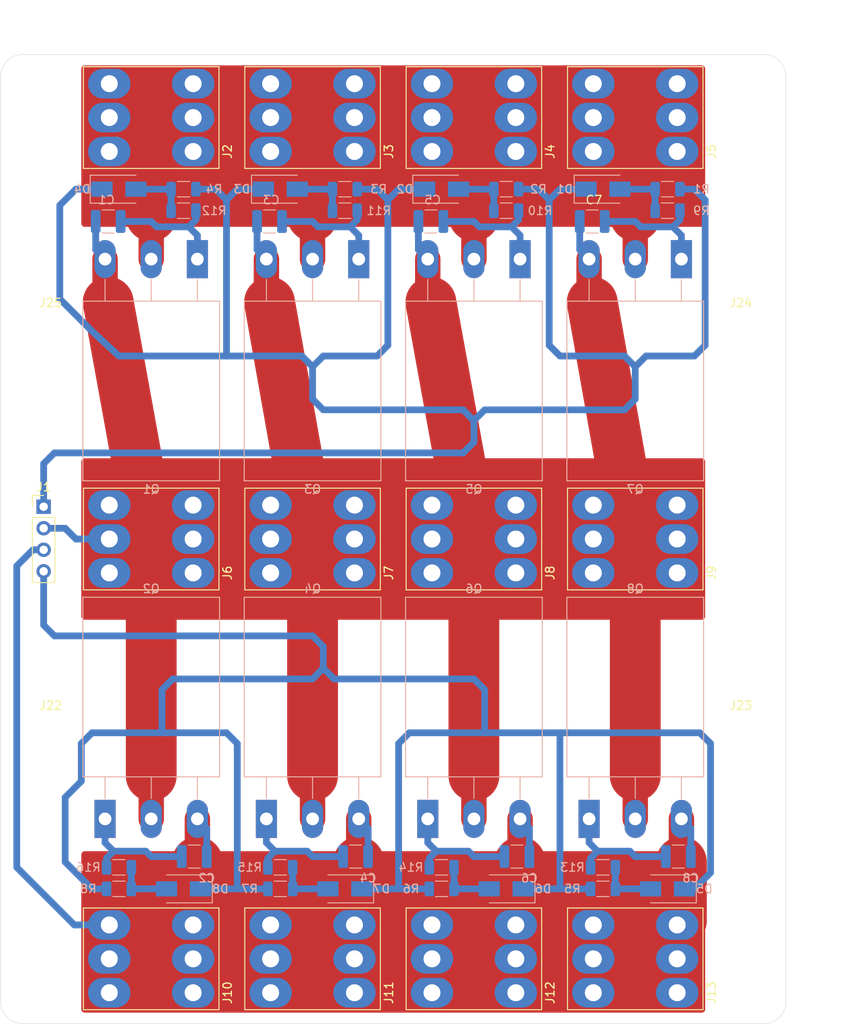
<source format=kicad_pcb>
(kicad_pcb (version 20171130) (host pcbnew 5.1.9-1.fc33)

  (general
    (thickness 1.6)
    (drawings 10)
    (tracks 240)
    (zones 0)
    (modules 57)
    (nets 22)
  )

  (page A4)
  (layers
    (0 F.Cu signal)
    (31 B.Cu signal hide)
    (32 B.Adhes user)
    (33 F.Adhes user)
    (34 B.Paste user)
    (35 F.Paste user)
    (36 B.SilkS user)
    (37 F.SilkS user)
    (38 B.Mask user)
    (39 F.Mask user)
    (40 Dwgs.User user)
    (41 Cmts.User user)
    (42 Eco1.User user)
    (43 Eco2.User user)
    (44 Edge.Cuts user)
    (45 Margin user)
    (46 B.CrtYd user hide)
    (47 F.CrtYd user)
    (48 B.Fab user hide)
    (49 F.Fab user hide)
  )

  (setup
    (last_trace_width 0.25)
    (user_trace_width 0.5)
    (user_trace_width 0.8)
    (user_trace_width 1.27)
    (user_trace_width 2)
    (user_trace_width 3)
    (user_trace_width 3.5)
    (user_trace_width 4)
    (user_trace_width 5)
    (user_trace_width 6)
    (trace_clearance 0.2)
    (zone_clearance 0)
    (zone_45_only no)
    (trace_min 0.2)
    (via_size 0.8)
    (via_drill 0.4)
    (via_min_size 0.4)
    (via_min_drill 0.3)
    (user_via 2.54 0.8)
    (user_via 4.5 3)
    (uvia_size 0.3)
    (uvia_drill 0.1)
    (uvias_allowed no)
    (uvia_min_size 0.2)
    (uvia_min_drill 0.1)
    (edge_width 0.05)
    (segment_width 0.2)
    (pcb_text_width 0.3)
    (pcb_text_size 1.5 1.5)
    (mod_edge_width 0.12)
    (mod_text_size 1 1)
    (mod_text_width 0.15)
    (pad_size 6 6)
    (pad_drill 3)
    (pad_to_mask_clearance 0)
    (aux_axis_origin 86.36 34.29)
    (visible_elements FFFFFF7F)
    (pcbplotparams
      (layerselection 0x010fc_ffffffff)
      (usegerberextensions false)
      (usegerberattributes true)
      (usegerberadvancedattributes true)
      (creategerberjobfile true)
      (excludeedgelayer true)
      (linewidth 0.200000)
      (plotframeref false)
      (viasonmask false)
      (mode 1)
      (useauxorigin false)
      (hpglpennumber 1)
      (hpglpenspeed 20)
      (hpglpendiameter 15.000000)
      (psnegative false)
      (psa4output false)
      (plotreference true)
      (plotvalue true)
      (plotinvisibletext false)
      (padsonsilk false)
      (subtractmaskfromsilk false)
      (outputformat 1)
      (mirror false)
      (drillshape 0)
      (scaleselection 1)
      (outputdirectory "./gerber"))
  )

  (net 0 "")
  (net 1 "Net-(C2-Pad1)")
  (net 2 "Net-(C4-Pad1)")
  (net 3 "Net-(C5-Pad1)")
  (net 4 "Net-(C6-Pad1)")
  (net 5 "Net-(C7-Pad1)")
  (net 6 "Net-(C8-Pad1)")
  (net 7 "Net-(D1-Pad2)")
  (net 8 "Net-(D2-Pad2)")
  (net 9 "Net-(D3-Pad2)")
  (net 10 "Net-(D4-Pad2)")
  (net 11 "Net-(D5-Pad2)")
  (net 12 "Net-(D6-Pad2)")
  (net 13 "Net-(D7-Pad2)")
  (net 14 "Net-(D8-Pad2)")
  (net 15 "Net-(C1-Pad1)")
  (net 16 "Net-(C3-Pad1)")
  (net 17 "Net-(D1-Pad1)")
  (net 18 "Net-(D5-Pad1)")
  (net 19 /GND)
  (net 20 /VCC)
  (net 21 "Net-(C1-Pad2)")

  (net_class Default "This is the default net class."
    (clearance 0.2)
    (trace_width 0.25)
    (via_dia 0.8)
    (via_drill 0.4)
    (uvia_dia 0.3)
    (uvia_drill 0.1)
    (add_net /GND)
    (add_net /VCC)
    (add_net "Net-(C1-Pad1)")
    (add_net "Net-(C1-Pad2)")
    (add_net "Net-(C2-Pad1)")
    (add_net "Net-(C3-Pad1)")
    (add_net "Net-(C4-Pad1)")
    (add_net "Net-(C5-Pad1)")
    (add_net "Net-(C6-Pad1)")
    (add_net "Net-(C7-Pad1)")
    (add_net "Net-(C8-Pad1)")
    (add_net "Net-(D1-Pad1)")
    (add_net "Net-(D1-Pad2)")
    (add_net "Net-(D2-Pad2)")
    (add_net "Net-(D3-Pad2)")
    (add_net "Net-(D4-Pad2)")
    (add_net "Net-(D5-Pad1)")
    (add_net "Net-(D5-Pad2)")
    (add_net "Net-(D6-Pad2)")
    (add_net "Net-(D7-Pad2)")
    (add_net "Net-(D8-Pad2)")
    (add_net "Net-(J22-Pad1)")
    (add_net "Net-(J23-Pad1)")
    (add_net "Net-(J24-Pad1)")
    (add_net "Net-(J25-Pad1)")
  )

  (module half-bridge2:TO-247-3_Horizontal_TabUp (layer B.Cu) (tedit 6056EF20) (tstamp 605608A6)
    (at 165.47 53.34 180)
    (descr "TO-247-3, Horizontal, RM 5.45mm, see https://toshiba.semicon-storage.com/us/product/mosfet/to-247-4l.html")
    (tags "TO-247-3 Horizontal RM 5.45mm")
    (path /601CBBE7)
    (fp_text reference Q7 (at 5.45 -27.15) (layer B.SilkS)
      (effects (font (size 1 1) (thickness 0.15)) (justify mirror))
    )
    (fp_text value Q_NIGBT_GCE (at 5.45 3.25) (layer B.Fab)
      (effects (font (size 1 1) (thickness 0.15)) (justify mirror))
    )
    (fp_line (start 13.65 2.5) (end -2.75 2.5) (layer B.CrtYd) (width 0.05))
    (fp_line (start 13.65 -26.28) (end 13.65 2.5) (layer B.CrtYd) (width 0.05))
    (fp_line (start -2.75 -26.28) (end 13.65 -26.28) (layer B.CrtYd) (width 0.05))
    (fp_line (start -2.75 2.5) (end -2.75 -26.28) (layer B.CrtYd) (width 0.05))
    (fp_line (start 10.9 -2.4) (end 10.9 -4.96) (layer B.SilkS) (width 0.12))
    (fp_line (start 5.45 -2.4) (end 5.45 -4.96) (layer B.SilkS) (width 0.12))
    (fp_line (start 0 -2.4) (end 0 -4.96) (layer B.SilkS) (width 0.12))
    (fp_line (start 13.52 -4.96) (end 13.52 -26.15) (layer B.SilkS) (width 0.12))
    (fp_line (start -2.62 -4.96) (end -2.62 -26.15) (layer B.SilkS) (width 0.12))
    (fp_line (start -2.62 -26.15) (end 13.52 -26.15) (layer B.SilkS) (width 0.12))
    (fp_line (start -2.62 -4.96) (end 13.52 -4.96) (layer B.SilkS) (width 0.12))
    (fp_line (start 10.9 -5.08) (end 10.9 0) (layer B.Fab) (width 0.1))
    (fp_line (start 5.45 -5.08) (end 5.45 0) (layer B.Fab) (width 0.1))
    (fp_line (start 0 -5.08) (end 0 0) (layer B.Fab) (width 0.1))
    (fp_line (start 13.4 -5.08) (end -2.5 -5.08) (layer B.Fab) (width 0.1))
    (fp_line (start 13.4 -26.03) (end 13.4 -5.08) (layer B.Fab) (width 0.1))
    (fp_line (start -2.5 -26.03) (end 13.4 -26.03) (layer B.Fab) (width 0.1))
    (fp_line (start -2.5 -5.08) (end -2.5 -26.03) (layer B.Fab) (width 0.1))
    (fp_text user %R (at 5.45 -27.15) (layer B.Fab)
      (effects (font (size 1 1) (thickness 0.15)) (justify mirror))
    )
    (pad 3 thru_hole oval (at 10.9 0 180) (size 2.5 4.5) (drill 1.5) (layers *.Cu *.Mask)
      (net 21 "Net-(C1-Pad2)"))
    (pad 2 thru_hole oval (at 5.45 0 180) (size 2.5 4.5) (drill 1.5) (layers *.Cu *.Mask)
      (net 20 /VCC))
    (pad 1 thru_hole rect (at 0 0 180) (size 2.5 4.5) (drill 1.5) (layers *.Cu *.Mask)
      (net 5 "Net-(C7-Pad1)"))
    (model ${KISYS3DMOD}/Package_TO_SOT_THT.3dshapes/TO-247-3_Horizontal_TabUp.wrl
      (at (xyz 0 0 0))
      (scale (xyz 1 1 1))
      (rotate (xyz 0 0 0))
    )
  )

  (module half-bridge2:TO-247-3_Horizontal_TabUp (layer B.Cu) (tedit 6056EF20) (tstamp 60560855)
    (at 154.57 119.38)
    (descr "TO-247-3, Horizontal, RM 5.45mm, see https://toshiba.semicon-storage.com/us/product/mosfet/to-247-4l.html")
    (tags "TO-247-3 Horizontal RM 5.45mm")
    (path /6025C307)
    (fp_text reference Q8 (at 5.45 -27.15) (layer B.SilkS)
      (effects (font (size 1 1) (thickness 0.15)) (justify mirror))
    )
    (fp_text value Q_NIGBT_GCE (at 5.45 3.25) (layer B.Fab)
      (effects (font (size 1 1) (thickness 0.15)) (justify mirror))
    )
    (fp_line (start 13.65 2.5) (end -2.75 2.5) (layer B.CrtYd) (width 0.05))
    (fp_line (start 13.65 -26.28) (end 13.65 2.5) (layer B.CrtYd) (width 0.05))
    (fp_line (start -2.75 -26.28) (end 13.65 -26.28) (layer B.CrtYd) (width 0.05))
    (fp_line (start -2.75 2.5) (end -2.75 -26.28) (layer B.CrtYd) (width 0.05))
    (fp_line (start 10.9 -2.4) (end 10.9 -4.96) (layer B.SilkS) (width 0.12))
    (fp_line (start 5.45 -2.4) (end 5.45 -4.96) (layer B.SilkS) (width 0.12))
    (fp_line (start 0 -2.4) (end 0 -4.96) (layer B.SilkS) (width 0.12))
    (fp_line (start 13.52 -4.96) (end 13.52 -26.15) (layer B.SilkS) (width 0.12))
    (fp_line (start -2.62 -4.96) (end -2.62 -26.15) (layer B.SilkS) (width 0.12))
    (fp_line (start -2.62 -26.15) (end 13.52 -26.15) (layer B.SilkS) (width 0.12))
    (fp_line (start -2.62 -4.96) (end 13.52 -4.96) (layer B.SilkS) (width 0.12))
    (fp_line (start 10.9 -5.08) (end 10.9 0) (layer B.Fab) (width 0.1))
    (fp_line (start 5.45 -5.08) (end 5.45 0) (layer B.Fab) (width 0.1))
    (fp_line (start 0 -5.08) (end 0 0) (layer B.Fab) (width 0.1))
    (fp_line (start 13.4 -5.08) (end -2.5 -5.08) (layer B.Fab) (width 0.1))
    (fp_line (start 13.4 -26.03) (end 13.4 -5.08) (layer B.Fab) (width 0.1))
    (fp_line (start -2.5 -26.03) (end 13.4 -26.03) (layer B.Fab) (width 0.1))
    (fp_line (start -2.5 -5.08) (end -2.5 -26.03) (layer B.Fab) (width 0.1))
    (fp_text user %R (at 5.45 -27.15) (layer B.Fab)
      (effects (font (size 1 1) (thickness 0.15)) (justify mirror))
    )
    (pad 3 thru_hole oval (at 10.9 0) (size 2.5 4.5) (drill 1.5) (layers *.Cu *.Mask)
      (net 19 /GND))
    (pad 2 thru_hole oval (at 5.45 0) (size 2.5 4.5) (drill 1.5) (layers *.Cu *.Mask)
      (net 21 "Net-(C1-Pad2)"))
    (pad 1 thru_hole rect (at 0 0) (size 2.5 4.5) (drill 1.5) (layers *.Cu *.Mask)
      (net 6 "Net-(C8-Pad1)"))
    (model ${KISYS3DMOD}/Package_TO_SOT_THT.3dshapes/TO-247-3_Horizontal_TabUp.wrl
      (at (xyz 0 0 0))
      (scale (xyz 1 1 1))
      (rotate (xyz 0 0 0))
    )
  )

  (module half-bridge2:TO-247-3_Horizontal_TabUp (layer B.Cu) (tedit 6056EF20) (tstamp 60560E3D)
    (at 135.52 119.38)
    (descr "TO-247-3, Horizontal, RM 5.45mm, see https://toshiba.semicon-storage.com/us/product/mosfet/to-247-4l.html")
    (tags "TO-247-3 Horizontal RM 5.45mm")
    (path /6025C301)
    (fp_text reference Q6 (at 5.45 -27.15) (layer B.SilkS)
      (effects (font (size 1 1) (thickness 0.15)) (justify mirror))
    )
    (fp_text value Q_NIGBT_GCE (at 5.45 3.25) (layer B.Fab)
      (effects (font (size 1 1) (thickness 0.15)) (justify mirror))
    )
    (fp_line (start 13.65 2.5) (end -2.75 2.5) (layer B.CrtYd) (width 0.05))
    (fp_line (start 13.65 -26.28) (end 13.65 2.5) (layer B.CrtYd) (width 0.05))
    (fp_line (start -2.75 -26.28) (end 13.65 -26.28) (layer B.CrtYd) (width 0.05))
    (fp_line (start -2.75 2.5) (end -2.75 -26.28) (layer B.CrtYd) (width 0.05))
    (fp_line (start 10.9 -2.4) (end 10.9 -4.96) (layer B.SilkS) (width 0.12))
    (fp_line (start 5.45 -2.4) (end 5.45 -4.96) (layer B.SilkS) (width 0.12))
    (fp_line (start 0 -2.4) (end 0 -4.96) (layer B.SilkS) (width 0.12))
    (fp_line (start 13.52 -4.96) (end 13.52 -26.15) (layer B.SilkS) (width 0.12))
    (fp_line (start -2.62 -4.96) (end -2.62 -26.15) (layer B.SilkS) (width 0.12))
    (fp_line (start -2.62 -26.15) (end 13.52 -26.15) (layer B.SilkS) (width 0.12))
    (fp_line (start -2.62 -4.96) (end 13.52 -4.96) (layer B.SilkS) (width 0.12))
    (fp_line (start 10.9 -5.08) (end 10.9 0) (layer B.Fab) (width 0.1))
    (fp_line (start 5.45 -5.08) (end 5.45 0) (layer B.Fab) (width 0.1))
    (fp_line (start 0 -5.08) (end 0 0) (layer B.Fab) (width 0.1))
    (fp_line (start 13.4 -5.08) (end -2.5 -5.08) (layer B.Fab) (width 0.1))
    (fp_line (start 13.4 -26.03) (end 13.4 -5.08) (layer B.Fab) (width 0.1))
    (fp_line (start -2.5 -26.03) (end 13.4 -26.03) (layer B.Fab) (width 0.1))
    (fp_line (start -2.5 -5.08) (end -2.5 -26.03) (layer B.Fab) (width 0.1))
    (fp_text user %R (at 5.45 -27.15) (layer B.Fab)
      (effects (font (size 1 1) (thickness 0.15)) (justify mirror))
    )
    (pad 3 thru_hole oval (at 10.9 0) (size 2.5 4.5) (drill 1.5) (layers *.Cu *.Mask)
      (net 19 /GND))
    (pad 2 thru_hole oval (at 5.45 0) (size 2.5 4.5) (drill 1.5) (layers *.Cu *.Mask)
      (net 21 "Net-(C1-Pad2)"))
    (pad 1 thru_hole rect (at 0 0) (size 2.5 4.5) (drill 1.5) (layers *.Cu *.Mask)
      (net 4 "Net-(C6-Pad1)"))
    (model ${KISYS3DMOD}/Package_TO_SOT_THT.3dshapes/TO-247-3_Horizontal_TabUp.wrl
      (at (xyz 0 0 0))
      (scale (xyz 1 1 1))
      (rotate (xyz 0 0 0))
    )
  )

  (module half-bridge2:TO-247-3_Horizontal_TabUp (layer B.Cu) (tedit 6056EF20) (tstamp 605607B3)
    (at 116.47 119.38)
    (descr "TO-247-3, Horizontal, RM 5.45mm, see https://toshiba.semicon-storage.com/us/product/mosfet/to-247-4l.html")
    (tags "TO-247-3 Horizontal RM 5.45mm")
    (path /6025C2FB)
    (fp_text reference Q4 (at 5.45 -27.15) (layer B.SilkS)
      (effects (font (size 1 1) (thickness 0.15)) (justify mirror))
    )
    (fp_text value Q_NIGBT_GCE (at 5.45 3.25) (layer B.Fab)
      (effects (font (size 1 1) (thickness 0.15)) (justify mirror))
    )
    (fp_line (start 13.65 2.5) (end -2.75 2.5) (layer B.CrtYd) (width 0.05))
    (fp_line (start 13.65 -26.28) (end 13.65 2.5) (layer B.CrtYd) (width 0.05))
    (fp_line (start -2.75 -26.28) (end 13.65 -26.28) (layer B.CrtYd) (width 0.05))
    (fp_line (start -2.75 2.5) (end -2.75 -26.28) (layer B.CrtYd) (width 0.05))
    (fp_line (start 10.9 -2.4) (end 10.9 -4.96) (layer B.SilkS) (width 0.12))
    (fp_line (start 5.45 -2.4) (end 5.45 -4.96) (layer B.SilkS) (width 0.12))
    (fp_line (start 0 -2.4) (end 0 -4.96) (layer B.SilkS) (width 0.12))
    (fp_line (start 13.52 -4.96) (end 13.52 -26.15) (layer B.SilkS) (width 0.12))
    (fp_line (start -2.62 -4.96) (end -2.62 -26.15) (layer B.SilkS) (width 0.12))
    (fp_line (start -2.62 -26.15) (end 13.52 -26.15) (layer B.SilkS) (width 0.12))
    (fp_line (start -2.62 -4.96) (end 13.52 -4.96) (layer B.SilkS) (width 0.12))
    (fp_line (start 10.9 -5.08) (end 10.9 0) (layer B.Fab) (width 0.1))
    (fp_line (start 5.45 -5.08) (end 5.45 0) (layer B.Fab) (width 0.1))
    (fp_line (start 0 -5.08) (end 0 0) (layer B.Fab) (width 0.1))
    (fp_line (start 13.4 -5.08) (end -2.5 -5.08) (layer B.Fab) (width 0.1))
    (fp_line (start 13.4 -26.03) (end 13.4 -5.08) (layer B.Fab) (width 0.1))
    (fp_line (start -2.5 -26.03) (end 13.4 -26.03) (layer B.Fab) (width 0.1))
    (fp_line (start -2.5 -5.08) (end -2.5 -26.03) (layer B.Fab) (width 0.1))
    (fp_text user %R (at 5.45 -27.15) (layer B.Fab)
      (effects (font (size 1 1) (thickness 0.15)) (justify mirror))
    )
    (pad 3 thru_hole oval (at 10.9 0) (size 2.5 4.5) (drill 1.5) (layers *.Cu *.Mask)
      (net 19 /GND))
    (pad 2 thru_hole oval (at 5.45 0) (size 2.5 4.5) (drill 1.5) (layers *.Cu *.Mask)
      (net 21 "Net-(C1-Pad2)"))
    (pad 1 thru_hole rect (at 0 0) (size 2.5 4.5) (drill 1.5) (layers *.Cu *.Mask)
      (net 2 "Net-(C4-Pad1)"))
    (model ${KISYS3DMOD}/Package_TO_SOT_THT.3dshapes/TO-247-3_Horizontal_TabUp.wrl
      (at (xyz 0 0 0))
      (scale (xyz 1 1 1))
      (rotate (xyz 0 0 0))
    )
  )

  (module half-bridge2:TO-247-3_Horizontal_TabUp (layer B.Cu) (tedit 6056EF20) (tstamp 605608F7)
    (at 97.42 119.38)
    (descr "TO-247-3, Horizontal, RM 5.45mm, see https://toshiba.semicon-storage.com/us/product/mosfet/to-247-4l.html")
    (tags "TO-247-3 Horizontal RM 5.45mm")
    (path /6025C282)
    (fp_text reference Q2 (at 5.45 -27.15) (layer B.SilkS)
      (effects (font (size 1 1) (thickness 0.15)) (justify mirror))
    )
    (fp_text value Q_NIGBT_GCE (at 5.45 3.25) (layer B.Fab)
      (effects (font (size 1 1) (thickness 0.15)) (justify mirror))
    )
    (fp_line (start 13.65 2.5) (end -2.75 2.5) (layer B.CrtYd) (width 0.05))
    (fp_line (start 13.65 -26.28) (end 13.65 2.5) (layer B.CrtYd) (width 0.05))
    (fp_line (start -2.75 -26.28) (end 13.65 -26.28) (layer B.CrtYd) (width 0.05))
    (fp_line (start -2.75 2.5) (end -2.75 -26.28) (layer B.CrtYd) (width 0.05))
    (fp_line (start 10.9 -2.4) (end 10.9 -4.96) (layer B.SilkS) (width 0.12))
    (fp_line (start 5.45 -2.4) (end 5.45 -4.96) (layer B.SilkS) (width 0.12))
    (fp_line (start 0 -2.4) (end 0 -4.96) (layer B.SilkS) (width 0.12))
    (fp_line (start 13.52 -4.96) (end 13.52 -26.15) (layer B.SilkS) (width 0.12))
    (fp_line (start -2.62 -4.96) (end -2.62 -26.15) (layer B.SilkS) (width 0.12))
    (fp_line (start -2.62 -26.15) (end 13.52 -26.15) (layer B.SilkS) (width 0.12))
    (fp_line (start -2.62 -4.96) (end 13.52 -4.96) (layer B.SilkS) (width 0.12))
    (fp_line (start 10.9 -5.08) (end 10.9 0) (layer B.Fab) (width 0.1))
    (fp_line (start 5.45 -5.08) (end 5.45 0) (layer B.Fab) (width 0.1))
    (fp_line (start 0 -5.08) (end 0 0) (layer B.Fab) (width 0.1))
    (fp_line (start 13.4 -5.08) (end -2.5 -5.08) (layer B.Fab) (width 0.1))
    (fp_line (start 13.4 -26.03) (end 13.4 -5.08) (layer B.Fab) (width 0.1))
    (fp_line (start -2.5 -26.03) (end 13.4 -26.03) (layer B.Fab) (width 0.1))
    (fp_line (start -2.5 -5.08) (end -2.5 -26.03) (layer B.Fab) (width 0.1))
    (fp_text user %R (at 5.45 -27.15) (layer B.Fab)
      (effects (font (size 1 1) (thickness 0.15)) (justify mirror))
    )
    (pad 3 thru_hole oval (at 10.9 0) (size 2.5 4.5) (drill 1.5) (layers *.Cu *.Mask)
      (net 19 /GND))
    (pad 2 thru_hole oval (at 5.45 0) (size 2.5 4.5) (drill 1.5) (layers *.Cu *.Mask)
      (net 21 "Net-(C1-Pad2)"))
    (pad 1 thru_hole rect (at 0 0) (size 2.5 4.5) (drill 1.5) (layers *.Cu *.Mask)
      (net 1 "Net-(C2-Pad1)"))
    (model ${KISYS3DMOD}/Package_TO_SOT_THT.3dshapes/TO-247-3_Horizontal_TabUp.wrl
      (at (xyz 0 0 0))
      (scale (xyz 1 1 1))
      (rotate (xyz 0 0 0))
    )
  )

  (module half-bridge2:TO-247-3_Horizontal_TabUp (layer B.Cu) (tedit 6056EF20) (tstamp 60560CED)
    (at 146.42 53.34 180)
    (descr "TO-247-3, Horizontal, RM 5.45mm, see https://toshiba.semicon-storage.com/us/product/mosfet/to-247-4l.html")
    (tags "TO-247-3 Horizontal RM 5.45mm")
    (path /601CB197)
    (fp_text reference Q5 (at 5.45 -27.15) (layer B.SilkS)
      (effects (font (size 1 1) (thickness 0.15)) (justify mirror))
    )
    (fp_text value Q_NIGBT_GCE (at 5.45 3.25) (layer B.Fab)
      (effects (font (size 1 1) (thickness 0.15)) (justify mirror))
    )
    (fp_line (start 13.65 2.5) (end -2.75 2.5) (layer B.CrtYd) (width 0.05))
    (fp_line (start 13.65 -26.28) (end 13.65 2.5) (layer B.CrtYd) (width 0.05))
    (fp_line (start -2.75 -26.28) (end 13.65 -26.28) (layer B.CrtYd) (width 0.05))
    (fp_line (start -2.75 2.5) (end -2.75 -26.28) (layer B.CrtYd) (width 0.05))
    (fp_line (start 10.9 -2.4) (end 10.9 -4.96) (layer B.SilkS) (width 0.12))
    (fp_line (start 5.45 -2.4) (end 5.45 -4.96) (layer B.SilkS) (width 0.12))
    (fp_line (start 0 -2.4) (end 0 -4.96) (layer B.SilkS) (width 0.12))
    (fp_line (start 13.52 -4.96) (end 13.52 -26.15) (layer B.SilkS) (width 0.12))
    (fp_line (start -2.62 -4.96) (end -2.62 -26.15) (layer B.SilkS) (width 0.12))
    (fp_line (start -2.62 -26.15) (end 13.52 -26.15) (layer B.SilkS) (width 0.12))
    (fp_line (start -2.62 -4.96) (end 13.52 -4.96) (layer B.SilkS) (width 0.12))
    (fp_line (start 10.9 -5.08) (end 10.9 0) (layer B.Fab) (width 0.1))
    (fp_line (start 5.45 -5.08) (end 5.45 0) (layer B.Fab) (width 0.1))
    (fp_line (start 0 -5.08) (end 0 0) (layer B.Fab) (width 0.1))
    (fp_line (start 13.4 -5.08) (end -2.5 -5.08) (layer B.Fab) (width 0.1))
    (fp_line (start 13.4 -26.03) (end 13.4 -5.08) (layer B.Fab) (width 0.1))
    (fp_line (start -2.5 -26.03) (end 13.4 -26.03) (layer B.Fab) (width 0.1))
    (fp_line (start -2.5 -5.08) (end -2.5 -26.03) (layer B.Fab) (width 0.1))
    (fp_text user %R (at 5.45 -27.15) (layer B.Fab)
      (effects (font (size 1 1) (thickness 0.15)) (justify mirror))
    )
    (pad 3 thru_hole oval (at 10.9 0 180) (size 2.5 4.5) (drill 1.5) (layers *.Cu *.Mask)
      (net 21 "Net-(C1-Pad2)"))
    (pad 2 thru_hole oval (at 5.45 0 180) (size 2.5 4.5) (drill 1.5) (layers *.Cu *.Mask)
      (net 20 /VCC))
    (pad 1 thru_hole rect (at 0 0 180) (size 2.5 4.5) (drill 1.5) (layers *.Cu *.Mask)
      (net 3 "Net-(C5-Pad1)"))
    (model ${KISYS3DMOD}/Package_TO_SOT_THT.3dshapes/TO-247-3_Horizontal_TabUp.wrl
      (at (xyz 0 0 0))
      (scale (xyz 1 1 1))
      (rotate (xyz 0 0 0))
    )
  )

  (module half-bridge2:TO-247-3_Horizontal_TabUp (layer B.Cu) (tedit 6056EF20) (tstamp 60560804)
    (at 127.37 53.34 180)
    (descr "TO-247-3, Horizontal, RM 5.45mm, see https://toshiba.semicon-storage.com/us/product/mosfet/to-247-4l.html")
    (tags "TO-247-3 Horizontal RM 5.45mm")
    (path /601C95D7)
    (fp_text reference Q3 (at 5.45 -27.15) (layer B.SilkS)
      (effects (font (size 1 1) (thickness 0.15)) (justify mirror))
    )
    (fp_text value Q_NIGBT_GCE (at 5.45 3.25) (layer B.Fab)
      (effects (font (size 1 1) (thickness 0.15)) (justify mirror))
    )
    (fp_line (start 13.65 2.5) (end -2.75 2.5) (layer B.CrtYd) (width 0.05))
    (fp_line (start 13.65 -26.28) (end 13.65 2.5) (layer B.CrtYd) (width 0.05))
    (fp_line (start -2.75 -26.28) (end 13.65 -26.28) (layer B.CrtYd) (width 0.05))
    (fp_line (start -2.75 2.5) (end -2.75 -26.28) (layer B.CrtYd) (width 0.05))
    (fp_line (start 10.9 -2.4) (end 10.9 -4.96) (layer B.SilkS) (width 0.12))
    (fp_line (start 5.45 -2.4) (end 5.45 -4.96) (layer B.SilkS) (width 0.12))
    (fp_line (start 0 -2.4) (end 0 -4.96) (layer B.SilkS) (width 0.12))
    (fp_line (start 13.52 -4.96) (end 13.52 -26.15) (layer B.SilkS) (width 0.12))
    (fp_line (start -2.62 -4.96) (end -2.62 -26.15) (layer B.SilkS) (width 0.12))
    (fp_line (start -2.62 -26.15) (end 13.52 -26.15) (layer B.SilkS) (width 0.12))
    (fp_line (start -2.62 -4.96) (end 13.52 -4.96) (layer B.SilkS) (width 0.12))
    (fp_line (start 10.9 -5.08) (end 10.9 0) (layer B.Fab) (width 0.1))
    (fp_line (start 5.45 -5.08) (end 5.45 0) (layer B.Fab) (width 0.1))
    (fp_line (start 0 -5.08) (end 0 0) (layer B.Fab) (width 0.1))
    (fp_line (start 13.4 -5.08) (end -2.5 -5.08) (layer B.Fab) (width 0.1))
    (fp_line (start 13.4 -26.03) (end 13.4 -5.08) (layer B.Fab) (width 0.1))
    (fp_line (start -2.5 -26.03) (end 13.4 -26.03) (layer B.Fab) (width 0.1))
    (fp_line (start -2.5 -5.08) (end -2.5 -26.03) (layer B.Fab) (width 0.1))
    (fp_text user %R (at 5.45 -27.15) (layer B.Fab)
      (effects (font (size 1 1) (thickness 0.15)) (justify mirror))
    )
    (pad 3 thru_hole oval (at 10.9 0 180) (size 2.5 4.5) (drill 1.5) (layers *.Cu *.Mask)
      (net 21 "Net-(C1-Pad2)"))
    (pad 2 thru_hole oval (at 5.45 0 180) (size 2.5 4.5) (drill 1.5) (layers *.Cu *.Mask)
      (net 20 /VCC))
    (pad 1 thru_hole rect (at 0 0 180) (size 2.5 4.5) (drill 1.5) (layers *.Cu *.Mask)
      (net 16 "Net-(C3-Pad1)"))
    (model ${KISYS3DMOD}/Package_TO_SOT_THT.3dshapes/TO-247-3_Horizontal_TabUp.wrl
      (at (xyz 0 0 0))
      (scale (xyz 1 1 1))
      (rotate (xyz 0 0 0))
    )
  )

  (module half-bridge2:TO-247-3_Horizontal_TabUp (layer B.Cu) (tedit 6056EF20) (tstamp 605618C7)
    (at 108.32 53.34 180)
    (descr "TO-247-3, Horizontal, RM 5.45mm, see https://toshiba.semicon-storage.com/us/product/mosfet/to-247-4l.html")
    (tags "TO-247-3 Horizontal RM 5.45mm")
    (path /60128198)
    (fp_text reference Q1 (at 5.45 -27.15) (layer B.SilkS)
      (effects (font (size 1 1) (thickness 0.15)) (justify mirror))
    )
    (fp_text value Q_NIGBT_GCE (at 5.45 3.25) (layer B.Fab)
      (effects (font (size 1 1) (thickness 0.15)) (justify mirror))
    )
    (fp_line (start 13.65 2.5) (end -2.75 2.5) (layer B.CrtYd) (width 0.05))
    (fp_line (start 13.65 -26.28) (end 13.65 2.5) (layer B.CrtYd) (width 0.05))
    (fp_line (start -2.75 -26.28) (end 13.65 -26.28) (layer B.CrtYd) (width 0.05))
    (fp_line (start -2.75 2.5) (end -2.75 -26.28) (layer B.CrtYd) (width 0.05))
    (fp_line (start 10.9 -2.4) (end 10.9 -4.96) (layer B.SilkS) (width 0.12))
    (fp_line (start 5.45 -2.4) (end 5.45 -4.96) (layer B.SilkS) (width 0.12))
    (fp_line (start 0 -2.4) (end 0 -4.96) (layer B.SilkS) (width 0.12))
    (fp_line (start 13.52 -4.96) (end 13.52 -26.15) (layer B.SilkS) (width 0.12))
    (fp_line (start -2.62 -4.96) (end -2.62 -26.15) (layer B.SilkS) (width 0.12))
    (fp_line (start -2.62 -26.15) (end 13.52 -26.15) (layer B.SilkS) (width 0.12))
    (fp_line (start -2.62 -4.96) (end 13.52 -4.96) (layer B.SilkS) (width 0.12))
    (fp_line (start 10.9 -5.08) (end 10.9 0) (layer B.Fab) (width 0.1))
    (fp_line (start 5.45 -5.08) (end 5.45 0) (layer B.Fab) (width 0.1))
    (fp_line (start 0 -5.08) (end 0 0) (layer B.Fab) (width 0.1))
    (fp_line (start 13.4 -5.08) (end -2.5 -5.08) (layer B.Fab) (width 0.1))
    (fp_line (start 13.4 -26.03) (end 13.4 -5.08) (layer B.Fab) (width 0.1))
    (fp_line (start -2.5 -26.03) (end 13.4 -26.03) (layer B.Fab) (width 0.1))
    (fp_line (start -2.5 -5.08) (end -2.5 -26.03) (layer B.Fab) (width 0.1))
    (fp_text user %R (at 5.45 -27.15) (layer B.Fab)
      (effects (font (size 1 1) (thickness 0.15)) (justify mirror))
    )
    (pad 3 thru_hole oval (at 10.9 0 180) (size 2.5 4.5) (drill 1.5) (layers *.Cu *.Mask)
      (net 21 "Net-(C1-Pad2)"))
    (pad 2 thru_hole oval (at 5.45 0 180) (size 2.5 4.5) (drill 1.5) (layers *.Cu *.Mask)
      (net 20 /VCC))
    (pad 1 thru_hole rect (at 0 0 180) (size 2.5 4.5) (drill 1.5) (layers *.Cu *.Mask)
      (net 15 "Net-(C1-Pad1)"))
    (model ${KISYS3DMOD}/Package_TO_SOT_THT.3dshapes/TO-247-3_Horizontal_TabUp.wrl
      (at (xyz 0 0 0))
      (scale (xyz 1 1 1))
      (rotate (xyz 0 0 0))
    )
  )

  (module MountingHole:MountingHole_3mm (layer F.Cu) (tedit 56D1B4CB) (tstamp 60560BD4)
    (at 91 62.5)
    (descr "Mounting Hole 3mm, no annular")
    (tags "mounting hole 3mm no annular")
    (path /603A3B5F)
    (attr virtual)
    (fp_text reference J25 (at 0 -4) (layer F.SilkS)
      (effects (font (size 1 1) (thickness 0.15)))
    )
    (fp_text value Conn_01x01_Female (at 0 4) (layer F.Fab)
      (effects (font (size 1 1) (thickness 0.15)))
    )
    (fp_circle (center 0 0) (end 3 0) (layer Cmts.User) (width 0.15))
    (fp_circle (center 0 0) (end 3.25 0) (layer F.CrtYd) (width 0.05))
    (fp_text user %R (at 0.3 0) (layer F.Fab)
      (effects (font (size 1 1) (thickness 0.15)))
    )
    (pad 1 np_thru_hole circle (at 0 0) (size 3 3) (drill 3) (layers *.Cu *.Mask))
  )

  (module MountingHole:MountingHole_3mm (layer F.Cu) (tedit 56D1B4CB) (tstamp 60570454)
    (at 172.5 62.5)
    (descr "Mounting Hole 3mm, no annular")
    (tags "mounting hole 3mm no annular")
    (path /6057C830)
    (attr virtual)
    (fp_text reference J24 (at 0 -4) (layer F.SilkS)
      (effects (font (size 1 1) (thickness 0.15)))
    )
    (fp_text value Conn_01x01_Female (at 0 4) (layer F.Fab)
      (effects (font (size 1 1) (thickness 0.15)))
    )
    (fp_circle (center 0 0) (end 3 0) (layer Cmts.User) (width 0.15))
    (fp_circle (center 0 0) (end 3.25 0) (layer F.CrtYd) (width 0.05))
    (fp_text user %R (at 0.3 0) (layer F.Fab)
      (effects (font (size 1 1) (thickness 0.15)))
    )
    (pad 1 np_thru_hole circle (at 0 0) (size 3 3) (drill 3) (layers *.Cu *.Mask))
  )

  (module MountingHole:MountingHole_3mm (layer F.Cu) (tedit 56D1B4CB) (tstamp 60560E8F)
    (at 172.5 110)
    (descr "Mounting Hole 3mm, no annular")
    (tags "mounting hole 3mm no annular")
    (path /6057C685)
    (attr virtual)
    (fp_text reference J23 (at 0 -4) (layer F.SilkS)
      (effects (font (size 1 1) (thickness 0.15)))
    )
    (fp_text value Conn_01x01_Female (at 0 4) (layer F.Fab)
      (effects (font (size 1 1) (thickness 0.15)))
    )
    (fp_circle (center 0 0) (end 3 0) (layer Cmts.User) (width 0.15))
    (fp_circle (center 0 0) (end 3.25 0) (layer F.CrtYd) (width 0.05))
    (fp_text user %R (at 0.3 0) (layer F.Fab)
      (effects (font (size 1 1) (thickness 0.15)))
    )
    (pad 1 np_thru_hole circle (at 0 0) (size 3 3) (drill 3) (layers *.Cu *.Mask))
  )

  (module MountingHole:MountingHole_3mm (layer F.Cu) (tedit 56D1B4CB) (tstamp 6056117D)
    (at 91 110)
    (descr "Mounting Hole 3mm, no annular")
    (tags "mounting hole 3mm no annular")
    (path /6057C414)
    (attr virtual)
    (fp_text reference J22 (at 0 -4) (layer F.SilkS)
      (effects (font (size 1 1) (thickness 0.15)))
    )
    (fp_text value Conn_01x01_Female (at 0 4) (layer F.Fab)
      (effects (font (size 1 1) (thickness 0.15)))
    )
    (fp_circle (center 0 0) (end 3 0) (layer Cmts.User) (width 0.15))
    (fp_circle (center 0 0) (end 3.25 0) (layer F.CrtYd) (width 0.05))
    (fp_text user %R (at 0.3 0) (layer F.Fab)
      (effects (font (size 1 1) (thickness 0.15)))
    )
    (pad 1 np_thru_hole circle (at 0 0) (size 3 3) (drill 3) (layers *.Cu *.Mask))
  )

  (module half-bridge2:Terminal_Block_Welder_no_hole (layer F.Cu) (tedit 60559EBC) (tstamp 6056062C)
    (at 160.02 135.89 90)
    (path /606C5513)
    (fp_text reference J13 (at -4 9 90) (layer F.SilkS)
      (effects (font (size 1 1) (thickness 0.15)))
    )
    (fp_text value Conn_01x01_Female (at 7 0 180) (layer F.Fab)
      (effects (font (size 1 1) (thickness 0.15)))
    )
    (fp_line (start -6 8) (end 6 8) (layer F.SilkS) (width 0.12))
    (fp_line (start 6 8) (end 6 -8) (layer F.SilkS) (width 0.12))
    (fp_line (start 6 -8) (end -6 -8) (layer F.SilkS) (width 0.12))
    (fp_line (start -6 -8) (end -6 8) (layer F.SilkS) (width 0.12))
    (pad 1 thru_hole oval (at -4 4.95 180) (size 5 3.5) (drill 2) (layers *.Cu *.Mask)
      (net 19 /GND))
    (pad 1 thru_hole oval (at 0 4.95 180) (size 5 3.5) (drill 2) (layers *.Cu *.Mask)
      (net 19 /GND))
    (pad 1 thru_hole oval (at 4 4.95 180) (size 5 3.5) (drill 2) (layers *.Cu *.Mask)
      (net 19 /GND))
    (pad 1 thru_hole oval (at 4 -4.95 180) (size 5 3.5) (drill 2) (layers *.Cu *.Mask)
      (net 19 /GND))
    (pad 1 thru_hole oval (at 0 -4.95 180) (size 5 3.5) (drill 2) (layers *.Cu *.Mask)
      (net 19 /GND))
    (pad 1 thru_hole oval (at -4 -4.95 180) (size 5 3.5) (drill 2) (layers *.Cu *.Mask)
      (net 19 /GND))
  )

  (module half-bridge2:Terminal_Block_Welder_no_hole (layer F.Cu) (tedit 60559EBC) (tstamp 605606D4)
    (at 140.97 135.89 90)
    (path /606C5509)
    (fp_text reference J12 (at -4 9 90) (layer F.SilkS)
      (effects (font (size 1 1) (thickness 0.15)))
    )
    (fp_text value Conn_01x01_Female (at 7 0 180) (layer F.Fab)
      (effects (font (size 1 1) (thickness 0.15)))
    )
    (fp_line (start -6 8) (end 6 8) (layer F.SilkS) (width 0.12))
    (fp_line (start 6 8) (end 6 -8) (layer F.SilkS) (width 0.12))
    (fp_line (start 6 -8) (end -6 -8) (layer F.SilkS) (width 0.12))
    (fp_line (start -6 -8) (end -6 8) (layer F.SilkS) (width 0.12))
    (pad 1 thru_hole oval (at -4 4.95 180) (size 5 3.5) (drill 2) (layers *.Cu *.Mask)
      (net 19 /GND))
    (pad 1 thru_hole oval (at 0 4.95 180) (size 5 3.5) (drill 2) (layers *.Cu *.Mask)
      (net 19 /GND))
    (pad 1 thru_hole oval (at 4 4.95 180) (size 5 3.5) (drill 2) (layers *.Cu *.Mask)
      (net 19 /GND))
    (pad 1 thru_hole oval (at 4 -4.95 180) (size 5 3.5) (drill 2) (layers *.Cu *.Mask)
      (net 19 /GND))
    (pad 1 thru_hole oval (at 0 -4.95 180) (size 5 3.5) (drill 2) (layers *.Cu *.Mask)
      (net 19 /GND))
    (pad 1 thru_hole oval (at -4 -4.95 180) (size 5 3.5) (drill 2) (layers *.Cu *.Mask)
      (net 19 /GND))
  )

  (module half-bridge2:Terminal_Block_Welder_no_hole (layer F.Cu) (tedit 60559EBC) (tstamp 60560D31)
    (at 121.92 135.89 90)
    (path /606C54FF)
    (fp_text reference J11 (at -4 9 90) (layer F.SilkS)
      (effects (font (size 1 1) (thickness 0.15)))
    )
    (fp_text value Conn_01x01_Female (at 7 0 180) (layer F.Fab)
      (effects (font (size 1 1) (thickness 0.15)))
    )
    (fp_line (start -6 8) (end 6 8) (layer F.SilkS) (width 0.12))
    (fp_line (start 6 8) (end 6 -8) (layer F.SilkS) (width 0.12))
    (fp_line (start 6 -8) (end -6 -8) (layer F.SilkS) (width 0.12))
    (fp_line (start -6 -8) (end -6 8) (layer F.SilkS) (width 0.12))
    (pad 1 thru_hole oval (at -4 4.95 180) (size 5 3.5) (drill 2) (layers *.Cu *.Mask)
      (net 19 /GND))
    (pad 1 thru_hole oval (at 0 4.95 180) (size 5 3.5) (drill 2) (layers *.Cu *.Mask)
      (net 19 /GND))
    (pad 1 thru_hole oval (at 4 4.95 180) (size 5 3.5) (drill 2) (layers *.Cu *.Mask)
      (net 19 /GND))
    (pad 1 thru_hole oval (at 4 -4.95 180) (size 5 3.5) (drill 2) (layers *.Cu *.Mask)
      (net 19 /GND))
    (pad 1 thru_hole oval (at 0 -4.95 180) (size 5 3.5) (drill 2) (layers *.Cu *.Mask)
      (net 19 /GND))
    (pad 1 thru_hole oval (at -4 -4.95 180) (size 5 3.5) (drill 2) (layers *.Cu *.Mask)
      (net 19 /GND))
  )

  (module half-bridge2:Terminal_Block_Welder_no_hole (layer F.Cu) (tedit 60559EBC) (tstamp 60560728)
    (at 102.87 135.89 90)
    (path /606C50C3)
    (fp_text reference J10 (at -4 9 90) (layer F.SilkS)
      (effects (font (size 1 1) (thickness 0.15)))
    )
    (fp_text value Conn_01x01_Female (at 7 0 180) (layer F.Fab)
      (effects (font (size 1 1) (thickness 0.15)))
    )
    (fp_line (start -6 8) (end 6 8) (layer F.SilkS) (width 0.12))
    (fp_line (start 6 8) (end 6 -8) (layer F.SilkS) (width 0.12))
    (fp_line (start 6 -8) (end -6 -8) (layer F.SilkS) (width 0.12))
    (fp_line (start -6 -8) (end -6 8) (layer F.SilkS) (width 0.12))
    (pad 1 thru_hole oval (at -4 4.95 180) (size 5 3.5) (drill 2) (layers *.Cu *.Mask)
      (net 19 /GND))
    (pad 1 thru_hole oval (at 0 4.95 180) (size 5 3.5) (drill 2) (layers *.Cu *.Mask)
      (net 19 /GND))
    (pad 1 thru_hole oval (at 4 4.95 180) (size 5 3.5) (drill 2) (layers *.Cu *.Mask)
      (net 19 /GND))
    (pad 1 thru_hole oval (at 4 -4.95 180) (size 5 3.5) (drill 2) (layers *.Cu *.Mask)
      (net 19 /GND))
    (pad 1 thru_hole oval (at 0 -4.95 180) (size 5 3.5) (drill 2) (layers *.Cu *.Mask)
      (net 19 /GND))
    (pad 1 thru_hole oval (at -4 -4.95 180) (size 5 3.5) (drill 2) (layers *.Cu *.Mask)
      (net 19 /GND))
  )

  (module half-bridge2:Terminal_Block_Welder_no_hole (layer F.Cu) (tedit 60559EBC) (tstamp 6056077C)
    (at 160.02 86.36 90)
    (path /605F59A8)
    (fp_text reference J9 (at -4 9 90) (layer F.SilkS)
      (effects (font (size 1 1) (thickness 0.15)))
    )
    (fp_text value Conn_01x01_Female (at 7 0 180) (layer F.Fab)
      (effects (font (size 1 1) (thickness 0.15)))
    )
    (fp_line (start -6 8) (end 6 8) (layer F.SilkS) (width 0.12))
    (fp_line (start 6 8) (end 6 -8) (layer F.SilkS) (width 0.12))
    (fp_line (start 6 -8) (end -6 -8) (layer F.SilkS) (width 0.12))
    (fp_line (start -6 -8) (end -6 8) (layer F.SilkS) (width 0.12))
    (pad 1 thru_hole oval (at -4 4.95 180) (size 5 3.5) (drill 2) (layers *.Cu *.Mask)
      (net 21 "Net-(C1-Pad2)"))
    (pad 1 thru_hole oval (at 0 4.95 180) (size 5 3.5) (drill 2) (layers *.Cu *.Mask)
      (net 21 "Net-(C1-Pad2)"))
    (pad 1 thru_hole oval (at 4 4.95 180) (size 5 3.5) (drill 2) (layers *.Cu *.Mask)
      (net 21 "Net-(C1-Pad2)"))
    (pad 1 thru_hole oval (at 4 -4.95 180) (size 5 3.5) (drill 2) (layers *.Cu *.Mask)
      (net 21 "Net-(C1-Pad2)"))
    (pad 1 thru_hole oval (at 0 -4.95 180) (size 5 3.5) (drill 2) (layers *.Cu *.Mask)
      (net 21 "Net-(C1-Pad2)"))
    (pad 1 thru_hole oval (at -4 -4.95 180) (size 5 3.5) (drill 2) (layers *.Cu *.Mask)
      (net 21 "Net-(C1-Pad2)"))
  )

  (module half-bridge2:Terminal_Block_Welder_no_hole (layer F.Cu) (tedit 60559EBC) (tstamp 60560602)
    (at 140.97 86.36 90)
    (path /605F5230)
    (fp_text reference J8 (at -4 9 90) (layer F.SilkS)
      (effects (font (size 1 1) (thickness 0.15)))
    )
    (fp_text value Conn_01x01_Female (at 7 0 180) (layer F.Fab)
      (effects (font (size 1 1) (thickness 0.15)))
    )
    (fp_line (start -6 8) (end 6 8) (layer F.SilkS) (width 0.12))
    (fp_line (start 6 8) (end 6 -8) (layer F.SilkS) (width 0.12))
    (fp_line (start 6 -8) (end -6 -8) (layer F.SilkS) (width 0.12))
    (fp_line (start -6 -8) (end -6 8) (layer F.SilkS) (width 0.12))
    (pad 1 thru_hole oval (at -4 4.95 180) (size 5 3.5) (drill 2) (layers *.Cu *.Mask)
      (net 21 "Net-(C1-Pad2)"))
    (pad 1 thru_hole oval (at 0 4.95 180) (size 5 3.5) (drill 2) (layers *.Cu *.Mask)
      (net 21 "Net-(C1-Pad2)"))
    (pad 1 thru_hole oval (at 4 4.95 180) (size 5 3.5) (drill 2) (layers *.Cu *.Mask)
      (net 21 "Net-(C1-Pad2)"))
    (pad 1 thru_hole oval (at 4 -4.95 180) (size 5 3.5) (drill 2) (layers *.Cu *.Mask)
      (net 21 "Net-(C1-Pad2)"))
    (pad 1 thru_hole oval (at 0 -4.95 180) (size 5 3.5) (drill 2) (layers *.Cu *.Mask)
      (net 21 "Net-(C1-Pad2)"))
    (pad 1 thru_hole oval (at -4 -4.95 180) (size 5 3.5) (drill 2) (layers *.Cu *.Mask)
      (net 21 "Net-(C1-Pad2)"))
  )

  (module half-bridge2:Terminal_Block_Welder_no_hole (layer F.Cu) (tedit 60559EBC) (tstamp 605606AA)
    (at 121.92 86.36 90)
    (path /605F4A9A)
    (fp_text reference J7 (at -4 9 90) (layer F.SilkS)
      (effects (font (size 1 1) (thickness 0.15)))
    )
    (fp_text value Conn_01x01_Female (at 7 0 180) (layer F.Fab)
      (effects (font (size 1 1) (thickness 0.15)))
    )
    (fp_line (start -6 8) (end 6 8) (layer F.SilkS) (width 0.12))
    (fp_line (start 6 8) (end 6 -8) (layer F.SilkS) (width 0.12))
    (fp_line (start 6 -8) (end -6 -8) (layer F.SilkS) (width 0.12))
    (fp_line (start -6 -8) (end -6 8) (layer F.SilkS) (width 0.12))
    (pad 1 thru_hole oval (at -4 4.95 180) (size 5 3.5) (drill 2) (layers *.Cu *.Mask)
      (net 21 "Net-(C1-Pad2)"))
    (pad 1 thru_hole oval (at 0 4.95 180) (size 5 3.5) (drill 2) (layers *.Cu *.Mask)
      (net 21 "Net-(C1-Pad2)"))
    (pad 1 thru_hole oval (at 4 4.95 180) (size 5 3.5) (drill 2) (layers *.Cu *.Mask)
      (net 21 "Net-(C1-Pad2)"))
    (pad 1 thru_hole oval (at 4 -4.95 180) (size 5 3.5) (drill 2) (layers *.Cu *.Mask)
      (net 21 "Net-(C1-Pad2)"))
    (pad 1 thru_hole oval (at 0 -4.95 180) (size 5 3.5) (drill 2) (layers *.Cu *.Mask)
      (net 21 "Net-(C1-Pad2)"))
    (pad 1 thru_hole oval (at -4 -4.95 180) (size 5 3.5) (drill 2) (layers *.Cu *.Mask)
      (net 21 "Net-(C1-Pad2)"))
  )

  (module half-bridge2:Terminal_Block_Welder_no_hole (layer F.Cu) (tedit 60559EBC) (tstamp 605605D8)
    (at 102.87 86.36 90)
    (path /605F3EDE)
    (fp_text reference J6 (at -4 9 90) (layer F.SilkS)
      (effects (font (size 1 1) (thickness 0.15)))
    )
    (fp_text value Conn_01x01_Female (at 7 0 180) (layer F.Fab)
      (effects (font (size 1 1) (thickness 0.15)))
    )
    (fp_line (start -6 8) (end 6 8) (layer F.SilkS) (width 0.12))
    (fp_line (start 6 8) (end 6 -8) (layer F.SilkS) (width 0.12))
    (fp_line (start 6 -8) (end -6 -8) (layer F.SilkS) (width 0.12))
    (fp_line (start -6 -8) (end -6 8) (layer F.SilkS) (width 0.12))
    (pad 1 thru_hole oval (at -4 4.95 180) (size 5 3.5) (drill 2) (layers *.Cu *.Mask)
      (net 21 "Net-(C1-Pad2)"))
    (pad 1 thru_hole oval (at 0 4.95 180) (size 5 3.5) (drill 2) (layers *.Cu *.Mask)
      (net 21 "Net-(C1-Pad2)"))
    (pad 1 thru_hole oval (at 4 4.95 180) (size 5 3.5) (drill 2) (layers *.Cu *.Mask)
      (net 21 "Net-(C1-Pad2)"))
    (pad 1 thru_hole oval (at 4 -4.95 180) (size 5 3.5) (drill 2) (layers *.Cu *.Mask)
      (net 21 "Net-(C1-Pad2)"))
    (pad 1 thru_hole oval (at 0 -4.95 180) (size 5 3.5) (drill 2) (layers *.Cu *.Mask)
      (net 21 "Net-(C1-Pad2)"))
    (pad 1 thru_hole oval (at -4 -4.95 180) (size 5 3.5) (drill 2) (layers *.Cu *.Mask)
      (net 21 "Net-(C1-Pad2)"))
  )

  (module half-bridge2:Terminal_Block_Welder_no_hole (layer F.Cu) (tedit 60559EBC) (tstamp 605606FE)
    (at 160.02 36.64 90)
    (path /60669B1D)
    (fp_text reference J5 (at -4 9 90) (layer F.SilkS)
      (effects (font (size 1 1) (thickness 0.15)))
    )
    (fp_text value Conn_01x01_Female (at 7 0 180) (layer F.Fab)
      (effects (font (size 1 1) (thickness 0.15)))
    )
    (fp_line (start -6 8) (end 6 8) (layer F.SilkS) (width 0.12))
    (fp_line (start 6 8) (end 6 -8) (layer F.SilkS) (width 0.12))
    (fp_line (start 6 -8) (end -6 -8) (layer F.SilkS) (width 0.12))
    (fp_line (start -6 -8) (end -6 8) (layer F.SilkS) (width 0.12))
    (pad 1 thru_hole oval (at -4 4.95 180) (size 5 3.5) (drill 2) (layers *.Cu *.Mask)
      (net 20 /VCC))
    (pad 1 thru_hole oval (at 0 4.95 180) (size 5 3.5) (drill 2) (layers *.Cu *.Mask)
      (net 20 /VCC))
    (pad 1 thru_hole oval (at 4 4.95 180) (size 5 3.5) (drill 2) (layers *.Cu *.Mask)
      (net 20 /VCC))
    (pad 1 thru_hole oval (at 4 -4.95 180) (size 5 3.5) (drill 2) (layers *.Cu *.Mask)
      (net 20 /VCC))
    (pad 1 thru_hole oval (at 0 -4.95 180) (size 5 3.5) (drill 2) (layers *.Cu *.Mask)
      (net 20 /VCC))
    (pad 1 thru_hole oval (at -4 -4.95 180) (size 5 3.5) (drill 2) (layers *.Cu *.Mask)
      (net 20 /VCC))
  )

  (module half-bridge2:Terminal_Block_Welder_no_hole (layer F.Cu) (tedit 60559EBC) (tstamp 60560752)
    (at 140.97 36.64 90)
    (path /6066A544)
    (fp_text reference J4 (at -4 9 90) (layer F.SilkS)
      (effects (font (size 1 1) (thickness 0.15)))
    )
    (fp_text value Conn_01x01_Female (at 7 0 180) (layer F.Fab)
      (effects (font (size 1 1) (thickness 0.15)))
    )
    (fp_line (start -6 8) (end 6 8) (layer F.SilkS) (width 0.12))
    (fp_line (start 6 8) (end 6 -8) (layer F.SilkS) (width 0.12))
    (fp_line (start 6 -8) (end -6 -8) (layer F.SilkS) (width 0.12))
    (fp_line (start -6 -8) (end -6 8) (layer F.SilkS) (width 0.12))
    (pad 1 thru_hole oval (at -4 4.95 180) (size 5 3.5) (drill 2) (layers *.Cu *.Mask)
      (net 20 /VCC))
    (pad 1 thru_hole oval (at 0 4.95 180) (size 5 3.5) (drill 2) (layers *.Cu *.Mask)
      (net 20 /VCC))
    (pad 1 thru_hole oval (at 4 4.95 180) (size 5 3.5) (drill 2) (layers *.Cu *.Mask)
      (net 20 /VCC))
    (pad 1 thru_hole oval (at 4 -4.95 180) (size 5 3.5) (drill 2) (layers *.Cu *.Mask)
      (net 20 /VCC))
    (pad 1 thru_hole oval (at 0 -4.95 180) (size 5 3.5) (drill 2) (layers *.Cu *.Mask)
      (net 20 /VCC))
    (pad 1 thru_hole oval (at -4 -4.95 180) (size 5 3.5) (drill 2) (layers *.Cu *.Mask)
      (net 20 /VCC))
  )

  (module half-bridge2:Terminal_Block_Welder_no_hole (layer F.Cu) (tedit 60559EBC) (tstamp 60560680)
    (at 121.92 36.64 90)
    (path /6066AD14)
    (fp_text reference J3 (at -4 9 90) (layer F.SilkS)
      (effects (font (size 1 1) (thickness 0.15)))
    )
    (fp_text value Conn_01x01_Female (at 7 0 180) (layer F.Fab)
      (effects (font (size 1 1) (thickness 0.15)))
    )
    (fp_line (start -6 8) (end 6 8) (layer F.SilkS) (width 0.12))
    (fp_line (start 6 8) (end 6 -8) (layer F.SilkS) (width 0.12))
    (fp_line (start 6 -8) (end -6 -8) (layer F.SilkS) (width 0.12))
    (fp_line (start -6 -8) (end -6 8) (layer F.SilkS) (width 0.12))
    (pad 1 thru_hole oval (at -4 4.95 180) (size 5 3.5) (drill 2) (layers *.Cu *.Mask)
      (net 20 /VCC))
    (pad 1 thru_hole oval (at 0 4.95 180) (size 5 3.5) (drill 2) (layers *.Cu *.Mask)
      (net 20 /VCC))
    (pad 1 thru_hole oval (at 4 4.95 180) (size 5 3.5) (drill 2) (layers *.Cu *.Mask)
      (net 20 /VCC))
    (pad 1 thru_hole oval (at 4 -4.95 180) (size 5 3.5) (drill 2) (layers *.Cu *.Mask)
      (net 20 /VCC))
    (pad 1 thru_hole oval (at 0 -4.95 180) (size 5 3.5) (drill 2) (layers *.Cu *.Mask)
      (net 20 /VCC))
    (pad 1 thru_hole oval (at -4 -4.95 180) (size 5 3.5) (drill 2) (layers *.Cu *.Mask)
      (net 20 /VCC))
  )

  (module half-bridge2:Terminal_Block_Welder_no_hole (layer F.Cu) (tedit 60559EBC) (tstamp 60560656)
    (at 102.87 36.64 90)
    (path /6066B4ED)
    (fp_text reference J2 (at -4 9 90) (layer F.SilkS)
      (effects (font (size 1 1) (thickness 0.15)))
    )
    (fp_text value Conn_01x01_Female (at 7 0 180) (layer F.Fab)
      (effects (font (size 1 1) (thickness 0.15)))
    )
    (fp_line (start -6 8) (end 6 8) (layer F.SilkS) (width 0.12))
    (fp_line (start 6 8) (end 6 -8) (layer F.SilkS) (width 0.12))
    (fp_line (start 6 -8) (end -6 -8) (layer F.SilkS) (width 0.12))
    (fp_line (start -6 -8) (end -6 8) (layer F.SilkS) (width 0.12))
    (pad 1 thru_hole oval (at -4 4.95 180) (size 5 3.5) (drill 2) (layers *.Cu *.Mask)
      (net 20 /VCC))
    (pad 1 thru_hole oval (at 0 4.95 180) (size 5 3.5) (drill 2) (layers *.Cu *.Mask)
      (net 20 /VCC))
    (pad 1 thru_hole oval (at 4 4.95 180) (size 5 3.5) (drill 2) (layers *.Cu *.Mask)
      (net 20 /VCC))
    (pad 1 thru_hole oval (at 4 -4.95 180) (size 5 3.5) (drill 2) (layers *.Cu *.Mask)
      (net 20 /VCC))
    (pad 1 thru_hole oval (at 0 -4.95 180) (size 5 3.5) (drill 2) (layers *.Cu *.Mask)
      (net 20 /VCC))
    (pad 1 thru_hole oval (at -4 -4.95 180) (size 5 3.5) (drill 2) (layers *.Cu *.Mask)
      (net 20 /VCC))
  )

  (module Connector_PinHeader_2.54mm:PinHeader_1x04_P2.54mm_Vertical (layer F.Cu) (tedit 59FED5CC) (tstamp 60560F89)
    (at 90.17 82.55)
    (descr "Through hole straight pin header, 1x04, 2.54mm pitch, single row")
    (tags "Through hole pin header THT 1x04 2.54mm single row")
    (path /603BF325)
    (fp_text reference J1 (at 0 -2.33) (layer F.SilkS)
      (effects (font (size 1 1) (thickness 0.15)))
    )
    (fp_text value Conn_01x04_Male (at 0 9.95) (layer F.Fab)
      (effects (font (size 1 1) (thickness 0.15)))
    )
    (fp_line (start 1.8 -1.8) (end -1.8 -1.8) (layer F.CrtYd) (width 0.05))
    (fp_line (start 1.8 9.4) (end 1.8 -1.8) (layer F.CrtYd) (width 0.05))
    (fp_line (start -1.8 9.4) (end 1.8 9.4) (layer F.CrtYd) (width 0.05))
    (fp_line (start -1.8 -1.8) (end -1.8 9.4) (layer F.CrtYd) (width 0.05))
    (fp_line (start -1.33 -1.33) (end 0 -1.33) (layer F.SilkS) (width 0.12))
    (fp_line (start -1.33 0) (end -1.33 -1.33) (layer F.SilkS) (width 0.12))
    (fp_line (start -1.33 1.27) (end 1.33 1.27) (layer F.SilkS) (width 0.12))
    (fp_line (start 1.33 1.27) (end 1.33 8.95) (layer F.SilkS) (width 0.12))
    (fp_line (start -1.33 1.27) (end -1.33 8.95) (layer F.SilkS) (width 0.12))
    (fp_line (start -1.33 8.95) (end 1.33 8.95) (layer F.SilkS) (width 0.12))
    (fp_line (start -1.27 -0.635) (end -0.635 -1.27) (layer F.Fab) (width 0.1))
    (fp_line (start -1.27 8.89) (end -1.27 -0.635) (layer F.Fab) (width 0.1))
    (fp_line (start 1.27 8.89) (end -1.27 8.89) (layer F.Fab) (width 0.1))
    (fp_line (start 1.27 -1.27) (end 1.27 8.89) (layer F.Fab) (width 0.1))
    (fp_line (start -0.635 -1.27) (end 1.27 -1.27) (layer F.Fab) (width 0.1))
    (fp_text user %R (at 0 3.81 90) (layer F.Fab)
      (effects (font (size 1 1) (thickness 0.15)))
    )
    (pad 4 thru_hole oval (at 0 7.62) (size 1.7 1.7) (drill 1) (layers *.Cu *.Mask)
      (net 18 "Net-(D5-Pad1)"))
    (pad 3 thru_hole oval (at 0 5.08) (size 1.7 1.7) (drill 1) (layers *.Cu *.Mask)
      (net 19 /GND))
    (pad 2 thru_hole oval (at 0 2.54) (size 1.7 1.7) (drill 1) (layers *.Cu *.Mask)
      (net 21 "Net-(C1-Pad2)"))
    (pad 1 thru_hole rect (at 0 0) (size 1.7 1.7) (drill 1) (layers *.Cu *.Mask)
      (net 17 "Net-(D1-Pad1)"))
    (model ${KISYS3DMOD}/Connector_PinHeader_2.54mm.3dshapes/PinHeader_1x04_P2.54mm_Vertical.wrl
      (at (xyz 0 0 0))
      (scale (xyz 1 1 1))
      (rotate (xyz 0 0 0))
    )
  )

  (module Resistor_SMD:R_1206_3216Metric (layer B.Cu) (tedit 5F68FEEE) (tstamp 60560B7D)
    (at 99.06 125.095 180)
    (descr "Resistor SMD 1206 (3216 Metric), square (rectangular) end terminal, IPC_7351 nominal, (Body size source: IPC-SM-782 page 72, https://www.pcb-3d.com/wordpress/wp-content/uploads/ipc-sm-782a_amendment_1_and_2.pdf), generated with kicad-footprint-generator")
    (tags resistor)
    (path /6025C28E)
    (attr smd)
    (fp_text reference R16 (at 3.6175 0) (layer B.SilkS)
      (effects (font (size 1 1) (thickness 0.15)) (justify mirror))
    )
    (fp_text value 10 (at 0 -1.82) (layer B.Fab)
      (effects (font (size 1 1) (thickness 0.15)) (justify mirror))
    )
    (fp_line (start 2.28 -1.12) (end -2.28 -1.12) (layer B.CrtYd) (width 0.05))
    (fp_line (start 2.28 1.12) (end 2.28 -1.12) (layer B.CrtYd) (width 0.05))
    (fp_line (start -2.28 1.12) (end 2.28 1.12) (layer B.CrtYd) (width 0.05))
    (fp_line (start -2.28 -1.12) (end -2.28 1.12) (layer B.CrtYd) (width 0.05))
    (fp_line (start -0.727064 -0.91) (end 0.727064 -0.91) (layer B.SilkS) (width 0.12))
    (fp_line (start -0.727064 0.91) (end 0.727064 0.91) (layer B.SilkS) (width 0.12))
    (fp_line (start 1.6 -0.8) (end -1.6 -0.8) (layer B.Fab) (width 0.1))
    (fp_line (start 1.6 0.8) (end 1.6 -0.8) (layer B.Fab) (width 0.1))
    (fp_line (start -1.6 0.8) (end 1.6 0.8) (layer B.Fab) (width 0.1))
    (fp_line (start -1.6 -0.8) (end -1.6 0.8) (layer B.Fab) (width 0.1))
    (fp_text user %R (at 0 0) (layer B.Fab)
      (effects (font (size 0.8 0.8) (thickness 0.12)) (justify mirror))
    )
    (pad 2 smd roundrect (at 1.4625 0 180) (size 1.125 1.75) (layers B.Cu B.Paste B.Mask) (roundrect_rratio 0.222222)
      (net 1 "Net-(C2-Pad1)"))
    (pad 1 smd roundrect (at -1.4625 0 180) (size 1.125 1.75) (layers B.Cu B.Paste B.Mask) (roundrect_rratio 0.222222)
      (net 14 "Net-(D8-Pad2)"))
    (model ${KISYS3DMOD}/Resistor_SMD.3dshapes/R_1206_3216Metric.wrl
      (at (xyz 0 0 0))
      (scale (xyz 1 1 1))
      (rotate (xyz 0 0 0))
    )
  )

  (module Resistor_SMD:R_1206_3216Metric (layer B.Cu) (tedit 5F68FEEE) (tstamp 6056106C)
    (at 118.11 125.095 180)
    (descr "Resistor SMD 1206 (3216 Metric), square (rectangular) end terminal, IPC_7351 nominal, (Body size source: IPC-SM-782 page 72, https://www.pcb-3d.com/wordpress/wp-content/uploads/ipc-sm-782a_amendment_1_and_2.pdf), generated with kicad-footprint-generator")
    (tags resistor)
    (path /6025C295)
    (attr smd)
    (fp_text reference R15 (at 3.6175 0) (layer B.SilkS)
      (effects (font (size 1 1) (thickness 0.15)) (justify mirror))
    )
    (fp_text value 10 (at 0 -1.82) (layer B.Fab)
      (effects (font (size 1 1) (thickness 0.15)) (justify mirror))
    )
    (fp_line (start 2.28 -1.12) (end -2.28 -1.12) (layer B.CrtYd) (width 0.05))
    (fp_line (start 2.28 1.12) (end 2.28 -1.12) (layer B.CrtYd) (width 0.05))
    (fp_line (start -2.28 1.12) (end 2.28 1.12) (layer B.CrtYd) (width 0.05))
    (fp_line (start -2.28 -1.12) (end -2.28 1.12) (layer B.CrtYd) (width 0.05))
    (fp_line (start -0.727064 -0.91) (end 0.727064 -0.91) (layer B.SilkS) (width 0.12))
    (fp_line (start -0.727064 0.91) (end 0.727064 0.91) (layer B.SilkS) (width 0.12))
    (fp_line (start 1.6 -0.8) (end -1.6 -0.8) (layer B.Fab) (width 0.1))
    (fp_line (start 1.6 0.8) (end 1.6 -0.8) (layer B.Fab) (width 0.1))
    (fp_line (start -1.6 0.8) (end 1.6 0.8) (layer B.Fab) (width 0.1))
    (fp_line (start -1.6 -0.8) (end -1.6 0.8) (layer B.Fab) (width 0.1))
    (fp_text user %R (at 0 0) (layer B.Fab)
      (effects (font (size 0.8 0.8) (thickness 0.12)) (justify mirror))
    )
    (pad 2 smd roundrect (at 1.4625 0 180) (size 1.125 1.75) (layers B.Cu B.Paste B.Mask) (roundrect_rratio 0.222222)
      (net 2 "Net-(C4-Pad1)"))
    (pad 1 smd roundrect (at -1.4625 0 180) (size 1.125 1.75) (layers B.Cu B.Paste B.Mask) (roundrect_rratio 0.222222)
      (net 13 "Net-(D7-Pad2)"))
    (model ${KISYS3DMOD}/Resistor_SMD.3dshapes/R_1206_3216Metric.wrl
      (at (xyz 0 0 0))
      (scale (xyz 1 1 1))
      (rotate (xyz 0 0 0))
    )
  )

  (module Resistor_SMD:R_1206_3216Metric (layer B.Cu) (tedit 5F68FEEE) (tstamp 60560C22)
    (at 137.16 125.095 180)
    (descr "Resistor SMD 1206 (3216 Metric), square (rectangular) end terminal, IPC_7351 nominal, (Body size source: IPC-SM-782 page 72, https://www.pcb-3d.com/wordpress/wp-content/uploads/ipc-sm-782a_amendment_1_and_2.pdf), generated with kicad-footprint-generator")
    (tags resistor)
    (path /6025C2CF)
    (attr smd)
    (fp_text reference R14 (at 3.6175 0) (layer B.SilkS)
      (effects (font (size 1 1) (thickness 0.15)) (justify mirror))
    )
    (fp_text value 10 (at 0 -1.82) (layer B.Fab)
      (effects (font (size 1 1) (thickness 0.15)) (justify mirror))
    )
    (fp_line (start 2.28 -1.12) (end -2.28 -1.12) (layer B.CrtYd) (width 0.05))
    (fp_line (start 2.28 1.12) (end 2.28 -1.12) (layer B.CrtYd) (width 0.05))
    (fp_line (start -2.28 1.12) (end 2.28 1.12) (layer B.CrtYd) (width 0.05))
    (fp_line (start -2.28 -1.12) (end -2.28 1.12) (layer B.CrtYd) (width 0.05))
    (fp_line (start -0.727064 -0.91) (end 0.727064 -0.91) (layer B.SilkS) (width 0.12))
    (fp_line (start -0.727064 0.91) (end 0.727064 0.91) (layer B.SilkS) (width 0.12))
    (fp_line (start 1.6 -0.8) (end -1.6 -0.8) (layer B.Fab) (width 0.1))
    (fp_line (start 1.6 0.8) (end 1.6 -0.8) (layer B.Fab) (width 0.1))
    (fp_line (start -1.6 0.8) (end 1.6 0.8) (layer B.Fab) (width 0.1))
    (fp_line (start -1.6 -0.8) (end -1.6 0.8) (layer B.Fab) (width 0.1))
    (fp_text user %R (at 0 0) (layer B.Fab)
      (effects (font (size 0.8 0.8) (thickness 0.12)) (justify mirror))
    )
    (pad 2 smd roundrect (at 1.4625 0 180) (size 1.125 1.75) (layers B.Cu B.Paste B.Mask) (roundrect_rratio 0.222222)
      (net 4 "Net-(C6-Pad1)"))
    (pad 1 smd roundrect (at -1.4625 0 180) (size 1.125 1.75) (layers B.Cu B.Paste B.Mask) (roundrect_rratio 0.222222)
      (net 12 "Net-(D6-Pad2)"))
    (model ${KISYS3DMOD}/Resistor_SMD.3dshapes/R_1206_3216Metric.wrl
      (at (xyz 0 0 0))
      (scale (xyz 1 1 1))
      (rotate (xyz 0 0 0))
    )
  )

  (module Resistor_SMD:R_1206_3216Metric (layer B.Cu) (tedit 5F68FEEE) (tstamp 60560AD8)
    (at 156.21 125.095 180)
    (descr "Resistor SMD 1206 (3216 Metric), square (rectangular) end terminal, IPC_7351 nominal, (Body size source: IPC-SM-782 page 72, https://www.pcb-3d.com/wordpress/wp-content/uploads/ipc-sm-782a_amendment_1_and_2.pdf), generated with kicad-footprint-generator")
    (tags resistor)
    (path /6025C2D5)
    (attr smd)
    (fp_text reference R13 (at 3.6175 0) (layer B.SilkS)
      (effects (font (size 1 1) (thickness 0.15)) (justify mirror))
    )
    (fp_text value 10 (at 0 -1.82) (layer B.Fab)
      (effects (font (size 1 1) (thickness 0.15)) (justify mirror))
    )
    (fp_line (start 2.28 -1.12) (end -2.28 -1.12) (layer B.CrtYd) (width 0.05))
    (fp_line (start 2.28 1.12) (end 2.28 -1.12) (layer B.CrtYd) (width 0.05))
    (fp_line (start -2.28 1.12) (end 2.28 1.12) (layer B.CrtYd) (width 0.05))
    (fp_line (start -2.28 -1.12) (end -2.28 1.12) (layer B.CrtYd) (width 0.05))
    (fp_line (start -0.727064 -0.91) (end 0.727064 -0.91) (layer B.SilkS) (width 0.12))
    (fp_line (start -0.727064 0.91) (end 0.727064 0.91) (layer B.SilkS) (width 0.12))
    (fp_line (start 1.6 -0.8) (end -1.6 -0.8) (layer B.Fab) (width 0.1))
    (fp_line (start 1.6 0.8) (end 1.6 -0.8) (layer B.Fab) (width 0.1))
    (fp_line (start -1.6 0.8) (end 1.6 0.8) (layer B.Fab) (width 0.1))
    (fp_line (start -1.6 -0.8) (end -1.6 0.8) (layer B.Fab) (width 0.1))
    (fp_text user %R (at 0 0) (layer B.Fab)
      (effects (font (size 0.8 0.8) (thickness 0.12)) (justify mirror))
    )
    (pad 2 smd roundrect (at 1.4625 0 180) (size 1.125 1.75) (layers B.Cu B.Paste B.Mask) (roundrect_rratio 0.222222)
      (net 6 "Net-(C8-Pad1)"))
    (pad 1 smd roundrect (at -1.4625 0 180) (size 1.125 1.75) (layers B.Cu B.Paste B.Mask) (roundrect_rratio 0.222222)
      (net 11 "Net-(D5-Pad2)"))
    (model ${KISYS3DMOD}/Resistor_SMD.3dshapes/R_1206_3216Metric.wrl
      (at (xyz 0 0 0))
      (scale (xyz 1 1 1))
      (rotate (xyz 0 0 0))
    )
  )

  (module Resistor_SMD:R_1206_3216Metric (layer B.Cu) (tedit 5F68FEEE) (tstamp 60560C82)
    (at 106.68 47.625)
    (descr "Resistor SMD 1206 (3216 Metric), square (rectangular) end terminal, IPC_7351 nominal, (Body size source: IPC-SM-782 page 72, https://www.pcb-3d.com/wordpress/wp-content/uploads/ipc-sm-782a_amendment_1_and_2.pdf), generated with kicad-footprint-generator")
    (tags resistor)
    (path /60133919)
    (attr smd)
    (fp_text reference R12 (at 3.6175 0) (layer B.SilkS)
      (effects (font (size 1 1) (thickness 0.15)) (justify mirror))
    )
    (fp_text value 10 (at 0 -1.82) (layer B.Fab)
      (effects (font (size 1 1) (thickness 0.15)) (justify mirror))
    )
    (fp_line (start 2.28 -1.12) (end -2.28 -1.12) (layer B.CrtYd) (width 0.05))
    (fp_line (start 2.28 1.12) (end 2.28 -1.12) (layer B.CrtYd) (width 0.05))
    (fp_line (start -2.28 1.12) (end 2.28 1.12) (layer B.CrtYd) (width 0.05))
    (fp_line (start -2.28 -1.12) (end -2.28 1.12) (layer B.CrtYd) (width 0.05))
    (fp_line (start -0.727064 -0.91) (end 0.727064 -0.91) (layer B.SilkS) (width 0.12))
    (fp_line (start -0.727064 0.91) (end 0.727064 0.91) (layer B.SilkS) (width 0.12))
    (fp_line (start 1.6 -0.8) (end -1.6 -0.8) (layer B.Fab) (width 0.1))
    (fp_line (start 1.6 0.8) (end 1.6 -0.8) (layer B.Fab) (width 0.1))
    (fp_line (start -1.6 0.8) (end 1.6 0.8) (layer B.Fab) (width 0.1))
    (fp_line (start -1.6 -0.8) (end -1.6 0.8) (layer B.Fab) (width 0.1))
    (fp_text user %R (at 0 0) (layer B.Fab)
      (effects (font (size 0.8 0.8) (thickness 0.12)) (justify mirror))
    )
    (pad 2 smd roundrect (at 1.4625 0) (size 1.125 1.75) (layers B.Cu B.Paste B.Mask) (roundrect_rratio 0.222222)
      (net 15 "Net-(C1-Pad1)"))
    (pad 1 smd roundrect (at -1.4625 0) (size 1.125 1.75) (layers B.Cu B.Paste B.Mask) (roundrect_rratio 0.222222)
      (net 10 "Net-(D4-Pad2)"))
    (model ${KISYS3DMOD}/Resistor_SMD.3dshapes/R_1206_3216Metric.wrl
      (at (xyz 0 0 0))
      (scale (xyz 1 1 1))
      (rotate (xyz 0 0 0))
    )
  )

  (module Resistor_SMD:R_1206_3216Metric (layer B.Cu) (tedit 5F68FEEE) (tstamp 60560C52)
    (at 125.73 47.625)
    (descr "Resistor SMD 1206 (3216 Metric), square (rectangular) end terminal, IPC_7351 nominal, (Body size source: IPC-SM-782 page 72, https://www.pcb-3d.com/wordpress/wp-content/uploads/ipc-sm-782a_amendment_1_and_2.pdf), generated with kicad-footprint-generator")
    (tags resistor)
    (path /6015A76E)
    (attr smd)
    (fp_text reference R11 (at 4.0025 0) (layer B.SilkS)
      (effects (font (size 1 1) (thickness 0.15)) (justify mirror))
    )
    (fp_text value 10 (at 0 -1.82) (layer B.Fab)
      (effects (font (size 1 1) (thickness 0.15)) (justify mirror))
    )
    (fp_line (start 2.28 -1.12) (end -2.28 -1.12) (layer B.CrtYd) (width 0.05))
    (fp_line (start 2.28 1.12) (end 2.28 -1.12) (layer B.CrtYd) (width 0.05))
    (fp_line (start -2.28 1.12) (end 2.28 1.12) (layer B.CrtYd) (width 0.05))
    (fp_line (start -2.28 -1.12) (end -2.28 1.12) (layer B.CrtYd) (width 0.05))
    (fp_line (start -0.727064 -0.91) (end 0.727064 -0.91) (layer B.SilkS) (width 0.12))
    (fp_line (start -0.727064 0.91) (end 0.727064 0.91) (layer B.SilkS) (width 0.12))
    (fp_line (start 1.6 -0.8) (end -1.6 -0.8) (layer B.Fab) (width 0.1))
    (fp_line (start 1.6 0.8) (end 1.6 -0.8) (layer B.Fab) (width 0.1))
    (fp_line (start -1.6 0.8) (end 1.6 0.8) (layer B.Fab) (width 0.1))
    (fp_line (start -1.6 -0.8) (end -1.6 0.8) (layer B.Fab) (width 0.1))
    (fp_text user %R (at 0 0) (layer B.Fab)
      (effects (font (size 0.8 0.8) (thickness 0.12)) (justify mirror))
    )
    (pad 2 smd roundrect (at 1.4625 0) (size 1.125 1.75) (layers B.Cu B.Paste B.Mask) (roundrect_rratio 0.222222)
      (net 16 "Net-(C3-Pad1)"))
    (pad 1 smd roundrect (at -1.4625 0) (size 1.125 1.75) (layers B.Cu B.Paste B.Mask) (roundrect_rratio 0.222222)
      (net 9 "Net-(D3-Pad2)"))
    (model ${KISYS3DMOD}/Resistor_SMD.3dshapes/R_1206_3216Metric.wrl
      (at (xyz 0 0 0))
      (scale (xyz 1 1 1))
      (rotate (xyz 0 0 0))
    )
  )

  (module Resistor_SMD:R_1206_3216Metric (layer B.Cu) (tedit 5F68FEEE) (tstamp 60560AA8)
    (at 144.78 47.625)
    (descr "Resistor SMD 1206 (3216 Metric), square (rectangular) end terminal, IPC_7351 nominal, (Body size source: IPC-SM-782 page 72, https://www.pcb-3d.com/wordpress/wp-content/uploads/ipc-sm-782a_amendment_1_and_2.pdf), generated with kicad-footprint-generator")
    (tags resistor)
    (path /601B591E)
    (attr smd)
    (fp_text reference R10 (at 4.0025 0) (layer B.SilkS)
      (effects (font (size 1 1) (thickness 0.15)) (justify mirror))
    )
    (fp_text value 10 (at 0 -1.82) (layer B.Fab)
      (effects (font (size 1 1) (thickness 0.15)) (justify mirror))
    )
    (fp_line (start 2.28 -1.12) (end -2.28 -1.12) (layer B.CrtYd) (width 0.05))
    (fp_line (start 2.28 1.12) (end 2.28 -1.12) (layer B.CrtYd) (width 0.05))
    (fp_line (start -2.28 1.12) (end 2.28 1.12) (layer B.CrtYd) (width 0.05))
    (fp_line (start -2.28 -1.12) (end -2.28 1.12) (layer B.CrtYd) (width 0.05))
    (fp_line (start -0.727064 -0.91) (end 0.727064 -0.91) (layer B.SilkS) (width 0.12))
    (fp_line (start -0.727064 0.91) (end 0.727064 0.91) (layer B.SilkS) (width 0.12))
    (fp_line (start 1.6 -0.8) (end -1.6 -0.8) (layer B.Fab) (width 0.1))
    (fp_line (start 1.6 0.8) (end 1.6 -0.8) (layer B.Fab) (width 0.1))
    (fp_line (start -1.6 0.8) (end 1.6 0.8) (layer B.Fab) (width 0.1))
    (fp_line (start -1.6 -0.8) (end -1.6 0.8) (layer B.Fab) (width 0.1))
    (fp_text user %R (at 0 0) (layer B.Fab)
      (effects (font (size 0.8 0.8) (thickness 0.12)) (justify mirror))
    )
    (pad 2 smd roundrect (at 1.4625 0) (size 1.125 1.75) (layers B.Cu B.Paste B.Mask) (roundrect_rratio 0.222222)
      (net 3 "Net-(C5-Pad1)"))
    (pad 1 smd roundrect (at -1.4625 0) (size 1.125 1.75) (layers B.Cu B.Paste B.Mask) (roundrect_rratio 0.222222)
      (net 8 "Net-(D2-Pad2)"))
    (model ${KISYS3DMOD}/Resistor_SMD.3dshapes/R_1206_3216Metric.wrl
      (at (xyz 0 0 0))
      (scale (xyz 1 1 1))
      (rotate (xyz 0 0 0))
    )
  )

  (module Resistor_SMD:R_1206_3216Metric (layer B.Cu) (tedit 5F68FEEE) (tstamp 60560BAD)
    (at 163.83 47.625)
    (descr "Resistor SMD 1206 (3216 Metric), square (rectangular) end terminal, IPC_7351 nominal, (Body size source: IPC-SM-782 page 72, https://www.pcb-3d.com/wordpress/wp-content/uploads/ipc-sm-782a_amendment_1_and_2.pdf), generated with kicad-footprint-generator")
    (tags resistor)
    (path /601B5F9F)
    (attr smd)
    (fp_text reference R9 (at 4.0025 0) (layer B.SilkS)
      (effects (font (size 1 1) (thickness 0.15)) (justify mirror))
    )
    (fp_text value 10 (at 0 -1.82) (layer B.Fab)
      (effects (font (size 1 1) (thickness 0.15)) (justify mirror))
    )
    (fp_line (start 2.28 -1.12) (end -2.28 -1.12) (layer B.CrtYd) (width 0.05))
    (fp_line (start 2.28 1.12) (end 2.28 -1.12) (layer B.CrtYd) (width 0.05))
    (fp_line (start -2.28 1.12) (end 2.28 1.12) (layer B.CrtYd) (width 0.05))
    (fp_line (start -2.28 -1.12) (end -2.28 1.12) (layer B.CrtYd) (width 0.05))
    (fp_line (start -0.727064 -0.91) (end 0.727064 -0.91) (layer B.SilkS) (width 0.12))
    (fp_line (start -0.727064 0.91) (end 0.727064 0.91) (layer B.SilkS) (width 0.12))
    (fp_line (start 1.6 -0.8) (end -1.6 -0.8) (layer B.Fab) (width 0.1))
    (fp_line (start 1.6 0.8) (end 1.6 -0.8) (layer B.Fab) (width 0.1))
    (fp_line (start -1.6 0.8) (end 1.6 0.8) (layer B.Fab) (width 0.1))
    (fp_line (start -1.6 -0.8) (end -1.6 0.8) (layer B.Fab) (width 0.1))
    (fp_text user %R (at 0 0) (layer B.Fab)
      (effects (font (size 0.8 0.8) (thickness 0.12)) (justify mirror))
    )
    (pad 2 smd roundrect (at 1.4625 0) (size 1.125 1.75) (layers B.Cu B.Paste B.Mask) (roundrect_rratio 0.222222)
      (net 5 "Net-(C7-Pad1)"))
    (pad 1 smd roundrect (at -1.4625 0) (size 1.125 1.75) (layers B.Cu B.Paste B.Mask) (roundrect_rratio 0.222222)
      (net 7 "Net-(D1-Pad2)"))
    (model ${KISYS3DMOD}/Resistor_SMD.3dshapes/R_1206_3216Metric.wrl
      (at (xyz 0 0 0))
      (scale (xyz 1 1 1))
      (rotate (xyz 0 0 0))
    )
  )

  (module Resistor_SMD:R_1206_3216Metric (layer B.Cu) (tedit 5F68FEEE) (tstamp 6056320B)
    (at 99.06 127.635)
    (descr "Resistor SMD 1206 (3216 Metric), square (rectangular) end terminal, IPC_7351 nominal, (Body size source: IPC-SM-782 page 72, https://www.pcb-3d.com/wordpress/wp-content/uploads/ipc-sm-782a_amendment_1_and_2.pdf), generated with kicad-footprint-generator")
    (tags resistor)
    (path /6025C288)
    (attr smd)
    (fp_text reference R8 (at -3.6175 0) (layer B.SilkS)
      (effects (font (size 1 1) (thickness 0.15)) (justify mirror))
    )
    (fp_text value 22 (at 0 -1.82) (layer B.Fab)
      (effects (font (size 1 1) (thickness 0.15)) (justify mirror))
    )
    (fp_line (start 2.28 -1.12) (end -2.28 -1.12) (layer B.CrtYd) (width 0.05))
    (fp_line (start 2.28 1.12) (end 2.28 -1.12) (layer B.CrtYd) (width 0.05))
    (fp_line (start -2.28 1.12) (end 2.28 1.12) (layer B.CrtYd) (width 0.05))
    (fp_line (start -2.28 -1.12) (end -2.28 1.12) (layer B.CrtYd) (width 0.05))
    (fp_line (start -0.727064 -0.91) (end 0.727064 -0.91) (layer B.SilkS) (width 0.12))
    (fp_line (start -0.727064 0.91) (end 0.727064 0.91) (layer B.SilkS) (width 0.12))
    (fp_line (start 1.6 -0.8) (end -1.6 -0.8) (layer B.Fab) (width 0.1))
    (fp_line (start 1.6 0.8) (end 1.6 -0.8) (layer B.Fab) (width 0.1))
    (fp_line (start -1.6 0.8) (end 1.6 0.8) (layer B.Fab) (width 0.1))
    (fp_line (start -1.6 -0.8) (end -1.6 0.8) (layer B.Fab) (width 0.1))
    (fp_text user %R (at 0 0) (layer B.Fab)
      (effects (font (size 0.8 0.8) (thickness 0.12)) (justify mirror))
    )
    (pad 2 smd roundrect (at 1.4625 0) (size 1.125 1.75) (layers B.Cu B.Paste B.Mask) (roundrect_rratio 0.222222)
      (net 14 "Net-(D8-Pad2)"))
    (pad 1 smd roundrect (at -1.4625 0) (size 1.125 1.75) (layers B.Cu B.Paste B.Mask) (roundrect_rratio 0.222222)
      (net 18 "Net-(D5-Pad1)"))
    (model ${KISYS3DMOD}/Resistor_SMD.3dshapes/R_1206_3216Metric.wrl
      (at (xyz 0 0 0))
      (scale (xyz 1 1 1))
      (rotate (xyz 0 0 0))
    )
  )

  (module Resistor_SMD:R_1206_3216Metric (layer B.Cu) (tedit 5F68FEEE) (tstamp 60560D5D)
    (at 118.11 127.635)
    (descr "Resistor SMD 1206 (3216 Metric), square (rectangular) end terminal, IPC_7351 nominal, (Body size source: IPC-SM-782 page 72, https://www.pcb-3d.com/wordpress/wp-content/uploads/ipc-sm-782a_amendment_1_and_2.pdf), generated with kicad-footprint-generator")
    (tags resistor)
    (path /6025C29B)
    (attr smd)
    (fp_text reference R7 (at -3.6175 0) (layer B.SilkS)
      (effects (font (size 1 1) (thickness 0.15)) (justify mirror))
    )
    (fp_text value 22 (at 0 -1.82) (layer B.Fab)
      (effects (font (size 1 1) (thickness 0.15)) (justify mirror))
    )
    (fp_line (start 2.28 -1.12) (end -2.28 -1.12) (layer B.CrtYd) (width 0.05))
    (fp_line (start 2.28 1.12) (end 2.28 -1.12) (layer B.CrtYd) (width 0.05))
    (fp_line (start -2.28 1.12) (end 2.28 1.12) (layer B.CrtYd) (width 0.05))
    (fp_line (start -2.28 -1.12) (end -2.28 1.12) (layer B.CrtYd) (width 0.05))
    (fp_line (start -0.727064 -0.91) (end 0.727064 -0.91) (layer B.SilkS) (width 0.12))
    (fp_line (start -0.727064 0.91) (end 0.727064 0.91) (layer B.SilkS) (width 0.12))
    (fp_line (start 1.6 -0.8) (end -1.6 -0.8) (layer B.Fab) (width 0.1))
    (fp_line (start 1.6 0.8) (end 1.6 -0.8) (layer B.Fab) (width 0.1))
    (fp_line (start -1.6 0.8) (end 1.6 0.8) (layer B.Fab) (width 0.1))
    (fp_line (start -1.6 -0.8) (end -1.6 0.8) (layer B.Fab) (width 0.1))
    (fp_text user %R (at 0 0) (layer B.Fab)
      (effects (font (size 0.8 0.8) (thickness 0.12)) (justify mirror))
    )
    (pad 2 smd roundrect (at 1.4625 0) (size 1.125 1.75) (layers B.Cu B.Paste B.Mask) (roundrect_rratio 0.222222)
      (net 13 "Net-(D7-Pad2)"))
    (pad 1 smd roundrect (at -1.4625 0) (size 1.125 1.75) (layers B.Cu B.Paste B.Mask) (roundrect_rratio 0.222222)
      (net 18 "Net-(D5-Pad1)"))
    (model ${KISYS3DMOD}/Resistor_SMD.3dshapes/R_1206_3216Metric.wrl
      (at (xyz 0 0 0))
      (scale (xyz 1 1 1))
      (rotate (xyz 0 0 0))
    )
  )

  (module Resistor_SMD:R_1206_3216Metric (layer B.Cu) (tedit 5F68FEEE) (tstamp 60560CB2)
    (at 137.16 127.635)
    (descr "Resistor SMD 1206 (3216 Metric), square (rectangular) end terminal, IPC_7351 nominal, (Body size source: IPC-SM-782 page 72, https://www.pcb-3d.com/wordpress/wp-content/uploads/ipc-sm-782a_amendment_1_and_2.pdf), generated with kicad-footprint-generator")
    (tags resistor)
    (path /6025C2A1)
    (attr smd)
    (fp_text reference R6 (at -3.6175 0) (layer B.SilkS)
      (effects (font (size 1 1) (thickness 0.15)) (justify mirror))
    )
    (fp_text value 22 (at 0 -1.82) (layer B.Fab)
      (effects (font (size 1 1) (thickness 0.15)) (justify mirror))
    )
    (fp_line (start 2.28 -1.12) (end -2.28 -1.12) (layer B.CrtYd) (width 0.05))
    (fp_line (start 2.28 1.12) (end 2.28 -1.12) (layer B.CrtYd) (width 0.05))
    (fp_line (start -2.28 1.12) (end 2.28 1.12) (layer B.CrtYd) (width 0.05))
    (fp_line (start -2.28 -1.12) (end -2.28 1.12) (layer B.CrtYd) (width 0.05))
    (fp_line (start -0.727064 -0.91) (end 0.727064 -0.91) (layer B.SilkS) (width 0.12))
    (fp_line (start -0.727064 0.91) (end 0.727064 0.91) (layer B.SilkS) (width 0.12))
    (fp_line (start 1.6 -0.8) (end -1.6 -0.8) (layer B.Fab) (width 0.1))
    (fp_line (start 1.6 0.8) (end 1.6 -0.8) (layer B.Fab) (width 0.1))
    (fp_line (start -1.6 0.8) (end 1.6 0.8) (layer B.Fab) (width 0.1))
    (fp_line (start -1.6 -0.8) (end -1.6 0.8) (layer B.Fab) (width 0.1))
    (fp_text user %R (at 0 0) (layer B.Fab)
      (effects (font (size 0.8 0.8) (thickness 0.12)) (justify mirror))
    )
    (pad 2 smd roundrect (at 1.4625 0) (size 1.125 1.75) (layers B.Cu B.Paste B.Mask) (roundrect_rratio 0.222222)
      (net 12 "Net-(D6-Pad2)"))
    (pad 1 smd roundrect (at -1.4625 0) (size 1.125 1.75) (layers B.Cu B.Paste B.Mask) (roundrect_rratio 0.222222)
      (net 18 "Net-(D5-Pad1)"))
    (model ${KISYS3DMOD}/Resistor_SMD.3dshapes/R_1206_3216Metric.wrl
      (at (xyz 0 0 0))
      (scale (xyz 1 1 1))
      (rotate (xyz 0 0 0))
    )
  )

  (module Resistor_SMD:R_1206_3216Metric (layer B.Cu) (tedit 5F68FEEE) (tstamp 60560A48)
    (at 156.21 127.635)
    (descr "Resistor SMD 1206 (3216 Metric), square (rectangular) end terminal, IPC_7351 nominal, (Body size source: IPC-SM-782 page 72, https://www.pcb-3d.com/wordpress/wp-content/uploads/ipc-sm-782a_amendment_1_and_2.pdf), generated with kicad-footprint-generator")
    (tags resistor)
    (path /6025C2A7)
    (attr smd)
    (fp_text reference R5 (at -3.6175 0) (layer B.SilkS)
      (effects (font (size 1 1) (thickness 0.15)) (justify mirror))
    )
    (fp_text value 22 (at 0 -1.82) (layer B.Fab)
      (effects (font (size 1 1) (thickness 0.15)) (justify mirror))
    )
    (fp_line (start 2.28 -1.12) (end -2.28 -1.12) (layer B.CrtYd) (width 0.05))
    (fp_line (start 2.28 1.12) (end 2.28 -1.12) (layer B.CrtYd) (width 0.05))
    (fp_line (start -2.28 1.12) (end 2.28 1.12) (layer B.CrtYd) (width 0.05))
    (fp_line (start -2.28 -1.12) (end -2.28 1.12) (layer B.CrtYd) (width 0.05))
    (fp_line (start -0.727064 -0.91) (end 0.727064 -0.91) (layer B.SilkS) (width 0.12))
    (fp_line (start -0.727064 0.91) (end 0.727064 0.91) (layer B.SilkS) (width 0.12))
    (fp_line (start 1.6 -0.8) (end -1.6 -0.8) (layer B.Fab) (width 0.1))
    (fp_line (start 1.6 0.8) (end 1.6 -0.8) (layer B.Fab) (width 0.1))
    (fp_line (start -1.6 0.8) (end 1.6 0.8) (layer B.Fab) (width 0.1))
    (fp_line (start -1.6 -0.8) (end -1.6 0.8) (layer B.Fab) (width 0.1))
    (fp_text user %R (at 0 0) (layer B.Fab)
      (effects (font (size 0.8 0.8) (thickness 0.12)) (justify mirror))
    )
    (pad 2 smd roundrect (at 1.4625 0) (size 1.125 1.75) (layers B.Cu B.Paste B.Mask) (roundrect_rratio 0.222222)
      (net 11 "Net-(D5-Pad2)"))
    (pad 1 smd roundrect (at -1.4625 0) (size 1.125 1.75) (layers B.Cu B.Paste B.Mask) (roundrect_rratio 0.222222)
      (net 18 "Net-(D5-Pad1)"))
    (model ${KISYS3DMOD}/Resistor_SMD.3dshapes/R_1206_3216Metric.wrl
      (at (xyz 0 0 0))
      (scale (xyz 1 1 1))
      (rotate (xyz 0 0 0))
    )
  )

  (module Resistor_SMD:R_1206_3216Metric (layer B.Cu) (tedit 5F68FEEE) (tstamp 60560EAD)
    (at 106.68 45.085 180)
    (descr "Resistor SMD 1206 (3216 Metric), square (rectangular) end terminal, IPC_7351 nominal, (Body size source: IPC-SM-782 page 72, https://www.pcb-3d.com/wordpress/wp-content/uploads/ipc-sm-782a_amendment_1_and_2.pdf), generated with kicad-footprint-generator")
    (tags resistor)
    (path /6013315D)
    (attr smd)
    (fp_text reference R4 (at -3.6175 0) (layer B.SilkS)
      (effects (font (size 1 1) (thickness 0.15)) (justify mirror))
    )
    (fp_text value 22 (at 0 -1.82) (layer B.Fab)
      (effects (font (size 1 1) (thickness 0.15)) (justify mirror))
    )
    (fp_line (start 2.28 -1.12) (end -2.28 -1.12) (layer B.CrtYd) (width 0.05))
    (fp_line (start 2.28 1.12) (end 2.28 -1.12) (layer B.CrtYd) (width 0.05))
    (fp_line (start -2.28 1.12) (end 2.28 1.12) (layer B.CrtYd) (width 0.05))
    (fp_line (start -2.28 -1.12) (end -2.28 1.12) (layer B.CrtYd) (width 0.05))
    (fp_line (start -0.727064 -0.91) (end 0.727064 -0.91) (layer B.SilkS) (width 0.12))
    (fp_line (start -0.727064 0.91) (end 0.727064 0.91) (layer B.SilkS) (width 0.12))
    (fp_line (start 1.6 -0.8) (end -1.6 -0.8) (layer B.Fab) (width 0.1))
    (fp_line (start 1.6 0.8) (end 1.6 -0.8) (layer B.Fab) (width 0.1))
    (fp_line (start -1.6 0.8) (end 1.6 0.8) (layer B.Fab) (width 0.1))
    (fp_line (start -1.6 -0.8) (end -1.6 0.8) (layer B.Fab) (width 0.1))
    (fp_text user %R (at 0 0) (layer B.Fab)
      (effects (font (size 0.8 0.8) (thickness 0.12)) (justify mirror))
    )
    (pad 2 smd roundrect (at 1.4625 0 180) (size 1.125 1.75) (layers B.Cu B.Paste B.Mask) (roundrect_rratio 0.222222)
      (net 10 "Net-(D4-Pad2)"))
    (pad 1 smd roundrect (at -1.4625 0 180) (size 1.125 1.75) (layers B.Cu B.Paste B.Mask) (roundrect_rratio 0.222222)
      (net 17 "Net-(D1-Pad1)"))
    (model ${KISYS3DMOD}/Resistor_SMD.3dshapes/R_1206_3216Metric.wrl
      (at (xyz 0 0 0))
      (scale (xyz 1 1 1))
      (rotate (xyz 0 0 0))
    )
  )

  (module Resistor_SMD:R_1206_3216Metric (layer B.Cu) (tedit 5F68FEEE) (tstamp 60560F52)
    (at 125.73 45.085 180)
    (descr "Resistor SMD 1206 (3216 Metric), square (rectangular) end terminal, IPC_7351 nominal, (Body size source: IPC-SM-782 page 72, https://www.pcb-3d.com/wordpress/wp-content/uploads/ipc-sm-782a_amendment_1_and_2.pdf), generated with kicad-footprint-generator")
    (tags resistor)
    (path /6015ABD5)
    (attr smd)
    (fp_text reference R3 (at -4.0025 0) (layer B.SilkS)
      (effects (font (size 1 1) (thickness 0.15)) (justify mirror))
    )
    (fp_text value 22 (at 0 -1.82) (layer B.Fab)
      (effects (font (size 1 1) (thickness 0.15)) (justify mirror))
    )
    (fp_line (start 2.28 -1.12) (end -2.28 -1.12) (layer B.CrtYd) (width 0.05))
    (fp_line (start 2.28 1.12) (end 2.28 -1.12) (layer B.CrtYd) (width 0.05))
    (fp_line (start -2.28 1.12) (end 2.28 1.12) (layer B.CrtYd) (width 0.05))
    (fp_line (start -2.28 -1.12) (end -2.28 1.12) (layer B.CrtYd) (width 0.05))
    (fp_line (start -0.727064 -0.91) (end 0.727064 -0.91) (layer B.SilkS) (width 0.12))
    (fp_line (start -0.727064 0.91) (end 0.727064 0.91) (layer B.SilkS) (width 0.12))
    (fp_line (start 1.6 -0.8) (end -1.6 -0.8) (layer B.Fab) (width 0.1))
    (fp_line (start 1.6 0.8) (end 1.6 -0.8) (layer B.Fab) (width 0.1))
    (fp_line (start -1.6 0.8) (end 1.6 0.8) (layer B.Fab) (width 0.1))
    (fp_line (start -1.6 -0.8) (end -1.6 0.8) (layer B.Fab) (width 0.1))
    (fp_text user %R (at 0 0) (layer B.Fab)
      (effects (font (size 0.8 0.8) (thickness 0.12)) (justify mirror))
    )
    (pad 2 smd roundrect (at 1.4625 0 180) (size 1.125 1.75) (layers B.Cu B.Paste B.Mask) (roundrect_rratio 0.222222)
      (net 9 "Net-(D3-Pad2)"))
    (pad 1 smd roundrect (at -1.4625 0 180) (size 1.125 1.75) (layers B.Cu B.Paste B.Mask) (roundrect_rratio 0.222222)
      (net 17 "Net-(D1-Pad1)"))
    (model ${KISYS3DMOD}/Resistor_SMD.3dshapes/R_1206_3216Metric.wrl
      (at (xyz 0 0 0))
      (scale (xyz 1 1 1))
      (rotate (xyz 0 0 0))
    )
  )

  (module Resistor_SMD:R_1206_3216Metric (layer B.Cu) (tedit 5F68FEEE) (tstamp 60560FF7)
    (at 144.78 45.085 180)
    (descr "Resistor SMD 1206 (3216 Metric), square (rectangular) end terminal, IPC_7351 nominal, (Body size source: IPC-SM-782 page 72, https://www.pcb-3d.com/wordpress/wp-content/uploads/ipc-sm-782a_amendment_1_and_2.pdf), generated with kicad-footprint-generator")
    (tags resistor)
    (path /6017F2F1)
    (attr smd)
    (fp_text reference R2 (at -3.81 0) (layer B.SilkS)
      (effects (font (size 1 1) (thickness 0.15)) (justify mirror))
    )
    (fp_text value 22 (at 0 -1.82) (layer B.Fab)
      (effects (font (size 1 1) (thickness 0.15)) (justify mirror))
    )
    (fp_line (start 2.28 -1.12) (end -2.28 -1.12) (layer B.CrtYd) (width 0.05))
    (fp_line (start 2.28 1.12) (end 2.28 -1.12) (layer B.CrtYd) (width 0.05))
    (fp_line (start -2.28 1.12) (end 2.28 1.12) (layer B.CrtYd) (width 0.05))
    (fp_line (start -2.28 -1.12) (end -2.28 1.12) (layer B.CrtYd) (width 0.05))
    (fp_line (start -0.727064 -0.91) (end 0.727064 -0.91) (layer B.SilkS) (width 0.12))
    (fp_line (start -0.727064 0.91) (end 0.727064 0.91) (layer B.SilkS) (width 0.12))
    (fp_line (start 1.6 -0.8) (end -1.6 -0.8) (layer B.Fab) (width 0.1))
    (fp_line (start 1.6 0.8) (end 1.6 -0.8) (layer B.Fab) (width 0.1))
    (fp_line (start -1.6 0.8) (end 1.6 0.8) (layer B.Fab) (width 0.1))
    (fp_line (start -1.6 -0.8) (end -1.6 0.8) (layer B.Fab) (width 0.1))
    (fp_text user %R (at 0 0) (layer B.Fab)
      (effects (font (size 0.8 0.8) (thickness 0.12)) (justify mirror))
    )
    (pad 2 smd roundrect (at 1.4625 0 180) (size 1.125 1.75) (layers B.Cu B.Paste B.Mask) (roundrect_rratio 0.222222)
      (net 8 "Net-(D2-Pad2)"))
    (pad 1 smd roundrect (at -1.4625 0 180) (size 1.125 1.75) (layers B.Cu B.Paste B.Mask) (roundrect_rratio 0.222222)
      (net 17 "Net-(D1-Pad1)"))
    (model ${KISYS3DMOD}/Resistor_SMD.3dshapes/R_1206_3216Metric.wrl
      (at (xyz 0 0 0))
      (scale (xyz 1 1 1))
      (rotate (xyz 0 0 0))
    )
  )

  (module Resistor_SMD:R_1206_3216Metric (layer B.Cu) (tedit 5F68FEEE) (tstamp 60560BF2)
    (at 163.83 45.085 180)
    (descr "Resistor SMD 1206 (3216 Metric), square (rectangular) end terminal, IPC_7351 nominal, (Body size source: IPC-SM-782 page 72, https://www.pcb-3d.com/wordpress/wp-content/uploads/ipc-sm-782a_amendment_1_and_2.pdf), generated with kicad-footprint-generator")
    (tags resistor)
    (path /6018003E)
    (attr smd)
    (fp_text reference R1 (at -4.0025 0) (layer B.SilkS)
      (effects (font (size 1 1) (thickness 0.15)) (justify mirror))
    )
    (fp_text value 22 (at 0 -1.82) (layer B.Fab)
      (effects (font (size 1 1) (thickness 0.15)) (justify mirror))
    )
    (fp_line (start 2.28 -1.12) (end -2.28 -1.12) (layer B.CrtYd) (width 0.05))
    (fp_line (start 2.28 1.12) (end 2.28 -1.12) (layer B.CrtYd) (width 0.05))
    (fp_line (start -2.28 1.12) (end 2.28 1.12) (layer B.CrtYd) (width 0.05))
    (fp_line (start -2.28 -1.12) (end -2.28 1.12) (layer B.CrtYd) (width 0.05))
    (fp_line (start -0.727064 -0.91) (end 0.727064 -0.91) (layer B.SilkS) (width 0.12))
    (fp_line (start -0.727064 0.91) (end 0.727064 0.91) (layer B.SilkS) (width 0.12))
    (fp_line (start 1.6 -0.8) (end -1.6 -0.8) (layer B.Fab) (width 0.1))
    (fp_line (start 1.6 0.8) (end 1.6 -0.8) (layer B.Fab) (width 0.1))
    (fp_line (start -1.6 0.8) (end 1.6 0.8) (layer B.Fab) (width 0.1))
    (fp_line (start -1.6 -0.8) (end -1.6 0.8) (layer B.Fab) (width 0.1))
    (fp_text user %R (at 0 0) (layer B.Fab)
      (effects (font (size 0.8 0.8) (thickness 0.12)) (justify mirror))
    )
    (pad 2 smd roundrect (at 1.4625 0 180) (size 1.125 1.75) (layers B.Cu B.Paste B.Mask) (roundrect_rratio 0.222222)
      (net 7 "Net-(D1-Pad2)"))
    (pad 1 smd roundrect (at -1.4625 0 180) (size 1.125 1.75) (layers B.Cu B.Paste B.Mask) (roundrect_rratio 0.222222)
      (net 17 "Net-(D1-Pad1)"))
    (model ${KISYS3DMOD}/Resistor_SMD.3dshapes/R_1206_3216Metric.wrl
      (at (xyz 0 0 0))
      (scale (xyz 1 1 1))
      (rotate (xyz 0 0 0))
    )
  )

  (module Diode_SMD:D_SMA (layer B.Cu) (tedit 586432E5) (tstamp 60560A0A)
    (at 106.68 127.635 180)
    (descr "Diode SMA (DO-214AC)")
    (tags "Diode SMA (DO-214AC)")
    (path /6025C2B7)
    (attr smd)
    (fp_text reference D8 (at -4.35 0) (layer B.SilkS)
      (effects (font (size 1 1) (thickness 0.15)) (justify mirror))
    )
    (fp_text value 1N4005 (at 0 -2.6) (layer B.Fab)
      (effects (font (size 1 1) (thickness 0.15)) (justify mirror))
    )
    (fp_line (start -3.4 1.65) (end 2 1.65) (layer B.SilkS) (width 0.12))
    (fp_line (start -3.4 -1.65) (end 2 -1.65) (layer B.SilkS) (width 0.12))
    (fp_line (start -0.64944 -0.00102) (end 0.50118 0.79908) (layer B.Fab) (width 0.1))
    (fp_line (start -0.64944 -0.00102) (end 0.50118 -0.75032) (layer B.Fab) (width 0.1))
    (fp_line (start 0.50118 -0.75032) (end 0.50118 0.79908) (layer B.Fab) (width 0.1))
    (fp_line (start -0.64944 0.79908) (end -0.64944 -0.80112) (layer B.Fab) (width 0.1))
    (fp_line (start 0.50118 -0.00102) (end 1.4994 -0.00102) (layer B.Fab) (width 0.1))
    (fp_line (start -0.64944 -0.00102) (end -1.55114 -0.00102) (layer B.Fab) (width 0.1))
    (fp_line (start -3.5 -1.75) (end -3.5 1.75) (layer B.CrtYd) (width 0.05))
    (fp_line (start 3.5 -1.75) (end -3.5 -1.75) (layer B.CrtYd) (width 0.05))
    (fp_line (start 3.5 1.75) (end 3.5 -1.75) (layer B.CrtYd) (width 0.05))
    (fp_line (start -3.5 1.75) (end 3.5 1.75) (layer B.CrtYd) (width 0.05))
    (fp_line (start 2.3 1.5) (end -2.3 1.5) (layer B.Fab) (width 0.1))
    (fp_line (start 2.3 1.5) (end 2.3 -1.5) (layer B.Fab) (width 0.1))
    (fp_line (start -2.3 -1.5) (end -2.3 1.5) (layer B.Fab) (width 0.1))
    (fp_line (start 2.3 -1.5) (end -2.3 -1.5) (layer B.Fab) (width 0.1))
    (fp_line (start -3.4 1.65) (end -3.4 -1.65) (layer B.SilkS) (width 0.12))
    (fp_text user %R (at 0 2.5) (layer B.Fab)
      (effects (font (size 1 1) (thickness 0.15)) (justify mirror))
    )
    (pad 2 smd rect (at 2 0 180) (size 2.5 1.8) (layers B.Cu B.Paste B.Mask)
      (net 14 "Net-(D8-Pad2)"))
    (pad 1 smd rect (at -2 0 180) (size 2.5 1.8) (layers B.Cu B.Paste B.Mask)
      (net 18 "Net-(D5-Pad1)"))
    (model ${KISYS3DMOD}/Diode_SMD.3dshapes/D_SMA.wrl
      (at (xyz 0 0 0))
      (scale (xyz 1 1 1))
      (rotate (xyz 0 0 0))
    )
  )

  (module Diode_SMD:D_SMA (layer B.Cu) (tedit 586432E5) (tstamp 605609C5)
    (at 125.73 127.635 180)
    (descr "Diode SMA (DO-214AC)")
    (tags "Diode SMA (DO-214AC)")
    (path /6025C2C3)
    (attr smd)
    (fp_text reference D7 (at -4.35 0) (layer B.SilkS)
      (effects (font (size 1 1) (thickness 0.15)) (justify mirror))
    )
    (fp_text value 1N4005 (at 0 -2.6) (layer B.Fab)
      (effects (font (size 1 1) (thickness 0.15)) (justify mirror))
    )
    (fp_line (start -3.4 1.65) (end 2 1.65) (layer B.SilkS) (width 0.12))
    (fp_line (start -3.4 -1.65) (end 2 -1.65) (layer B.SilkS) (width 0.12))
    (fp_line (start -0.64944 -0.00102) (end 0.50118 0.79908) (layer B.Fab) (width 0.1))
    (fp_line (start -0.64944 -0.00102) (end 0.50118 -0.75032) (layer B.Fab) (width 0.1))
    (fp_line (start 0.50118 -0.75032) (end 0.50118 0.79908) (layer B.Fab) (width 0.1))
    (fp_line (start -0.64944 0.79908) (end -0.64944 -0.80112) (layer B.Fab) (width 0.1))
    (fp_line (start 0.50118 -0.00102) (end 1.4994 -0.00102) (layer B.Fab) (width 0.1))
    (fp_line (start -0.64944 -0.00102) (end -1.55114 -0.00102) (layer B.Fab) (width 0.1))
    (fp_line (start -3.5 -1.75) (end -3.5 1.75) (layer B.CrtYd) (width 0.05))
    (fp_line (start 3.5 -1.75) (end -3.5 -1.75) (layer B.CrtYd) (width 0.05))
    (fp_line (start 3.5 1.75) (end 3.5 -1.75) (layer B.CrtYd) (width 0.05))
    (fp_line (start -3.5 1.75) (end 3.5 1.75) (layer B.CrtYd) (width 0.05))
    (fp_line (start 2.3 1.5) (end -2.3 1.5) (layer B.Fab) (width 0.1))
    (fp_line (start 2.3 1.5) (end 2.3 -1.5) (layer B.Fab) (width 0.1))
    (fp_line (start -2.3 -1.5) (end -2.3 1.5) (layer B.Fab) (width 0.1))
    (fp_line (start 2.3 -1.5) (end -2.3 -1.5) (layer B.Fab) (width 0.1))
    (fp_line (start -3.4 1.65) (end -3.4 -1.65) (layer B.SilkS) (width 0.12))
    (fp_text user %R (at 0 2.5) (layer B.Fab)
      (effects (font (size 1 1) (thickness 0.15)) (justify mirror))
    )
    (pad 2 smd rect (at 2 0 180) (size 2.5 1.8) (layers B.Cu B.Paste B.Mask)
      (net 13 "Net-(D7-Pad2)"))
    (pad 1 smd rect (at -2 0 180) (size 2.5 1.8) (layers B.Cu B.Paste B.Mask)
      (net 18 "Net-(D5-Pad1)"))
    (model ${KISYS3DMOD}/Diode_SMD.3dshapes/D_SMA.wrl
      (at (xyz 0 0 0))
      (scale (xyz 1 1 1))
      (rotate (xyz 0 0 0))
    )
  )

  (module Diode_SMD:D_SMA (layer B.Cu) (tedit 586432E5) (tstamp 60560D94)
    (at 144.78 127.635 180)
    (descr "Diode SMA (DO-214AC)")
    (tags "Diode SMA (DO-214AC)")
    (path /6025C2C9)
    (attr smd)
    (fp_text reference D6 (at -4.35 0) (layer B.SilkS)
      (effects (font (size 1 1) (thickness 0.15)) (justify mirror))
    )
    (fp_text value 1N4005 (at 0 -2.6) (layer B.Fab)
      (effects (font (size 1 1) (thickness 0.15)) (justify mirror))
    )
    (fp_line (start -3.4 1.65) (end 2 1.65) (layer B.SilkS) (width 0.12))
    (fp_line (start -3.4 -1.65) (end 2 -1.65) (layer B.SilkS) (width 0.12))
    (fp_line (start -0.64944 -0.00102) (end 0.50118 0.79908) (layer B.Fab) (width 0.1))
    (fp_line (start -0.64944 -0.00102) (end 0.50118 -0.75032) (layer B.Fab) (width 0.1))
    (fp_line (start 0.50118 -0.75032) (end 0.50118 0.79908) (layer B.Fab) (width 0.1))
    (fp_line (start -0.64944 0.79908) (end -0.64944 -0.80112) (layer B.Fab) (width 0.1))
    (fp_line (start 0.50118 -0.00102) (end 1.4994 -0.00102) (layer B.Fab) (width 0.1))
    (fp_line (start -0.64944 -0.00102) (end -1.55114 -0.00102) (layer B.Fab) (width 0.1))
    (fp_line (start -3.5 -1.75) (end -3.5 1.75) (layer B.CrtYd) (width 0.05))
    (fp_line (start 3.5 -1.75) (end -3.5 -1.75) (layer B.CrtYd) (width 0.05))
    (fp_line (start 3.5 1.75) (end 3.5 -1.75) (layer B.CrtYd) (width 0.05))
    (fp_line (start -3.5 1.75) (end 3.5 1.75) (layer B.CrtYd) (width 0.05))
    (fp_line (start 2.3 1.5) (end -2.3 1.5) (layer B.Fab) (width 0.1))
    (fp_line (start 2.3 1.5) (end 2.3 -1.5) (layer B.Fab) (width 0.1))
    (fp_line (start -2.3 -1.5) (end -2.3 1.5) (layer B.Fab) (width 0.1))
    (fp_line (start 2.3 -1.5) (end -2.3 -1.5) (layer B.Fab) (width 0.1))
    (fp_line (start -3.4 1.65) (end -3.4 -1.65) (layer B.SilkS) (width 0.12))
    (fp_text user %R (at 0 2.5) (layer B.Fab)
      (effects (font (size 1 1) (thickness 0.15)) (justify mirror))
    )
    (pad 2 smd rect (at 2 0 180) (size 2.5 1.8) (layers B.Cu B.Paste B.Mask)
      (net 12 "Net-(D6-Pad2)"))
    (pad 1 smd rect (at -2 0 180) (size 2.5 1.8) (layers B.Cu B.Paste B.Mask)
      (net 18 "Net-(D5-Pad1)"))
    (model ${KISYS3DMOD}/Diode_SMD.3dshapes/D_SMA.wrl
      (at (xyz 0 0 0))
      (scale (xyz 1 1 1))
      (rotate (xyz 0 0 0))
    )
  )

  (module Diode_SMD:D_SMA (layer B.Cu) (tedit 586432E5) (tstamp 60560F14)
    (at 163.83 127.635 180)
    (descr "Diode SMA (DO-214AC)")
    (tags "Diode SMA (DO-214AC)")
    (path /6025C2BD)
    (attr smd)
    (fp_text reference D5 (at -4.35 0) (layer B.SilkS)
      (effects (font (size 1 1) (thickness 0.15)) (justify mirror))
    )
    (fp_text value 1N4005 (at 0 -2.6) (layer B.Fab)
      (effects (font (size 1 1) (thickness 0.15)) (justify mirror))
    )
    (fp_line (start -3.4 1.65) (end 2 1.65) (layer B.SilkS) (width 0.12))
    (fp_line (start -3.4 -1.65) (end 2 -1.65) (layer B.SilkS) (width 0.12))
    (fp_line (start -0.64944 -0.00102) (end 0.50118 0.79908) (layer B.Fab) (width 0.1))
    (fp_line (start -0.64944 -0.00102) (end 0.50118 -0.75032) (layer B.Fab) (width 0.1))
    (fp_line (start 0.50118 -0.75032) (end 0.50118 0.79908) (layer B.Fab) (width 0.1))
    (fp_line (start -0.64944 0.79908) (end -0.64944 -0.80112) (layer B.Fab) (width 0.1))
    (fp_line (start 0.50118 -0.00102) (end 1.4994 -0.00102) (layer B.Fab) (width 0.1))
    (fp_line (start -0.64944 -0.00102) (end -1.55114 -0.00102) (layer B.Fab) (width 0.1))
    (fp_line (start -3.5 -1.75) (end -3.5 1.75) (layer B.CrtYd) (width 0.05))
    (fp_line (start 3.5 -1.75) (end -3.5 -1.75) (layer B.CrtYd) (width 0.05))
    (fp_line (start 3.5 1.75) (end 3.5 -1.75) (layer B.CrtYd) (width 0.05))
    (fp_line (start -3.5 1.75) (end 3.5 1.75) (layer B.CrtYd) (width 0.05))
    (fp_line (start 2.3 1.5) (end -2.3 1.5) (layer B.Fab) (width 0.1))
    (fp_line (start 2.3 1.5) (end 2.3 -1.5) (layer B.Fab) (width 0.1))
    (fp_line (start -2.3 -1.5) (end -2.3 1.5) (layer B.Fab) (width 0.1))
    (fp_line (start 2.3 -1.5) (end -2.3 -1.5) (layer B.Fab) (width 0.1))
    (fp_line (start -3.4 1.65) (end -3.4 -1.65) (layer B.SilkS) (width 0.12))
    (fp_text user %R (at 0 2.5) (layer B.Fab)
      (effects (font (size 1 1) (thickness 0.15)) (justify mirror))
    )
    (pad 2 smd rect (at 2 0 180) (size 2.5 1.8) (layers B.Cu B.Paste B.Mask)
      (net 11 "Net-(D5-Pad2)"))
    (pad 1 smd rect (at -2 0 180) (size 2.5 1.8) (layers B.Cu B.Paste B.Mask)
      (net 18 "Net-(D5-Pad1)"))
    (model ${KISYS3DMOD}/Diode_SMD.3dshapes/D_SMA.wrl
      (at (xyz 0 0 0))
      (scale (xyz 1 1 1))
      (rotate (xyz 0 0 0))
    )
  )

  (module Diode_SMD:D_SMA (layer B.Cu) (tedit 586432E5) (tstamp 6056102E)
    (at 99.06 45.085)
    (descr "Diode SMA (DO-214AC)")
    (tags "Diode SMA (DO-214AC)")
    (path /601934FE)
    (attr smd)
    (fp_text reference D4 (at -4.35 0) (layer B.SilkS)
      (effects (font (size 1 1) (thickness 0.15)) (justify mirror))
    )
    (fp_text value 1N4005 (at 0 -2.6) (layer B.Fab)
      (effects (font (size 1 1) (thickness 0.15)) (justify mirror))
    )
    (fp_line (start -3.4 1.65) (end 2 1.65) (layer B.SilkS) (width 0.12))
    (fp_line (start -3.4 -1.65) (end 2 -1.65) (layer B.SilkS) (width 0.12))
    (fp_line (start -0.64944 -0.00102) (end 0.50118 0.79908) (layer B.Fab) (width 0.1))
    (fp_line (start -0.64944 -0.00102) (end 0.50118 -0.75032) (layer B.Fab) (width 0.1))
    (fp_line (start 0.50118 -0.75032) (end 0.50118 0.79908) (layer B.Fab) (width 0.1))
    (fp_line (start -0.64944 0.79908) (end -0.64944 -0.80112) (layer B.Fab) (width 0.1))
    (fp_line (start 0.50118 -0.00102) (end 1.4994 -0.00102) (layer B.Fab) (width 0.1))
    (fp_line (start -0.64944 -0.00102) (end -1.55114 -0.00102) (layer B.Fab) (width 0.1))
    (fp_line (start -3.5 -1.75) (end -3.5 1.75) (layer B.CrtYd) (width 0.05))
    (fp_line (start 3.5 -1.75) (end -3.5 -1.75) (layer B.CrtYd) (width 0.05))
    (fp_line (start 3.5 1.75) (end 3.5 -1.75) (layer B.CrtYd) (width 0.05))
    (fp_line (start -3.5 1.75) (end 3.5 1.75) (layer B.CrtYd) (width 0.05))
    (fp_line (start 2.3 1.5) (end -2.3 1.5) (layer B.Fab) (width 0.1))
    (fp_line (start 2.3 1.5) (end 2.3 -1.5) (layer B.Fab) (width 0.1))
    (fp_line (start -2.3 -1.5) (end -2.3 1.5) (layer B.Fab) (width 0.1))
    (fp_line (start 2.3 -1.5) (end -2.3 -1.5) (layer B.Fab) (width 0.1))
    (fp_line (start -3.4 1.65) (end -3.4 -1.65) (layer B.SilkS) (width 0.12))
    (fp_text user %R (at 0 2.5) (layer B.Fab)
      (effects (font (size 1 1) (thickness 0.15)) (justify mirror))
    )
    (pad 2 smd rect (at 2 0) (size 2.5 1.8) (layers B.Cu B.Paste B.Mask)
      (net 10 "Net-(D4-Pad2)"))
    (pad 1 smd rect (at -2 0) (size 2.5 1.8) (layers B.Cu B.Paste B.Mask)
      (net 17 "Net-(D1-Pad1)"))
    (model ${KISYS3DMOD}/Diode_SMD.3dshapes/D_SMA.wrl
      (at (xyz 0 0 0))
      (scale (xyz 1 1 1))
      (rotate (xyz 0 0 0))
    )
  )

  (module Diode_SMD:D_SMA (layer B.Cu) (tedit 586432E5) (tstamp 60561148)
    (at 118.11 45.085)
    (descr "Diode SMA (DO-214AC)")
    (tags "Diode SMA (DO-214AC)")
    (path /601AE27A)
    (attr smd)
    (fp_text reference D3 (at -4.54 0) (layer B.SilkS)
      (effects (font (size 1 1) (thickness 0.15)) (justify mirror))
    )
    (fp_text value 1N4005 (at 0 -2.6) (layer B.Fab)
      (effects (font (size 1 1) (thickness 0.15)) (justify mirror))
    )
    (fp_line (start -3.4 1.65) (end 2 1.65) (layer B.SilkS) (width 0.12))
    (fp_line (start -3.4 -1.65) (end 2 -1.65) (layer B.SilkS) (width 0.12))
    (fp_line (start -0.64944 -0.00102) (end 0.50118 0.79908) (layer B.Fab) (width 0.1))
    (fp_line (start -0.64944 -0.00102) (end 0.50118 -0.75032) (layer B.Fab) (width 0.1))
    (fp_line (start 0.50118 -0.75032) (end 0.50118 0.79908) (layer B.Fab) (width 0.1))
    (fp_line (start -0.64944 0.79908) (end -0.64944 -0.80112) (layer B.Fab) (width 0.1))
    (fp_line (start 0.50118 -0.00102) (end 1.4994 -0.00102) (layer B.Fab) (width 0.1))
    (fp_line (start -0.64944 -0.00102) (end -1.55114 -0.00102) (layer B.Fab) (width 0.1))
    (fp_line (start -3.5 -1.75) (end -3.5 1.75) (layer B.CrtYd) (width 0.05))
    (fp_line (start 3.5 -1.75) (end -3.5 -1.75) (layer B.CrtYd) (width 0.05))
    (fp_line (start 3.5 1.75) (end 3.5 -1.75) (layer B.CrtYd) (width 0.05))
    (fp_line (start -3.5 1.75) (end 3.5 1.75) (layer B.CrtYd) (width 0.05))
    (fp_line (start 2.3 1.5) (end -2.3 1.5) (layer B.Fab) (width 0.1))
    (fp_line (start 2.3 1.5) (end 2.3 -1.5) (layer B.Fab) (width 0.1))
    (fp_line (start -2.3 -1.5) (end -2.3 1.5) (layer B.Fab) (width 0.1))
    (fp_line (start 2.3 -1.5) (end -2.3 -1.5) (layer B.Fab) (width 0.1))
    (fp_line (start -3.4 1.65) (end -3.4 -1.65) (layer B.SilkS) (width 0.12))
    (fp_text user %R (at 0 2.5) (layer B.Fab)
      (effects (font (size 1 1) (thickness 0.15)) (justify mirror))
    )
    (pad 2 smd rect (at 2 0) (size 2.5 1.8) (layers B.Cu B.Paste B.Mask)
      (net 9 "Net-(D3-Pad2)"))
    (pad 1 smd rect (at -2 0) (size 2.5 1.8) (layers B.Cu B.Paste B.Mask)
      (net 17 "Net-(D1-Pad1)"))
    (model ${KISYS3DMOD}/Diode_SMD.3dshapes/D_SMA.wrl
      (at (xyz 0 0 0))
      (scale (xyz 1 1 1))
      (rotate (xyz 0 0 0))
    )
  )

  (module Diode_SMD:D_SMA (layer B.Cu) (tedit 586432E5) (tstamp 605610D3)
    (at 137.16 45.085)
    (descr "Diode SMA (DO-214AC)")
    (tags "Diode SMA (DO-214AC)")
    (path /601AF47F)
    (attr smd)
    (fp_text reference D2 (at -4.35 0) (layer B.SilkS)
      (effects (font (size 1 1) (thickness 0.15)) (justify mirror))
    )
    (fp_text value 1N4005 (at 0 -2.6) (layer B.Fab)
      (effects (font (size 1 1) (thickness 0.15)) (justify mirror))
    )
    (fp_line (start -3.4 1.65) (end 2 1.65) (layer B.SilkS) (width 0.12))
    (fp_line (start -3.4 -1.65) (end 2 -1.65) (layer B.SilkS) (width 0.12))
    (fp_line (start -0.64944 -0.00102) (end 0.50118 0.79908) (layer B.Fab) (width 0.1))
    (fp_line (start -0.64944 -0.00102) (end 0.50118 -0.75032) (layer B.Fab) (width 0.1))
    (fp_line (start 0.50118 -0.75032) (end 0.50118 0.79908) (layer B.Fab) (width 0.1))
    (fp_line (start -0.64944 0.79908) (end -0.64944 -0.80112) (layer B.Fab) (width 0.1))
    (fp_line (start 0.50118 -0.00102) (end 1.4994 -0.00102) (layer B.Fab) (width 0.1))
    (fp_line (start -0.64944 -0.00102) (end -1.55114 -0.00102) (layer B.Fab) (width 0.1))
    (fp_line (start -3.5 -1.75) (end -3.5 1.75) (layer B.CrtYd) (width 0.05))
    (fp_line (start 3.5 -1.75) (end -3.5 -1.75) (layer B.CrtYd) (width 0.05))
    (fp_line (start 3.5 1.75) (end 3.5 -1.75) (layer B.CrtYd) (width 0.05))
    (fp_line (start -3.5 1.75) (end 3.5 1.75) (layer B.CrtYd) (width 0.05))
    (fp_line (start 2.3 1.5) (end -2.3 1.5) (layer B.Fab) (width 0.1))
    (fp_line (start 2.3 1.5) (end 2.3 -1.5) (layer B.Fab) (width 0.1))
    (fp_line (start -2.3 -1.5) (end -2.3 1.5) (layer B.Fab) (width 0.1))
    (fp_line (start 2.3 -1.5) (end -2.3 -1.5) (layer B.Fab) (width 0.1))
    (fp_line (start -3.4 1.65) (end -3.4 -1.65) (layer B.SilkS) (width 0.12))
    (fp_text user %R (at 0 2.5) (layer B.Fab)
      (effects (font (size 1 1) (thickness 0.15)) (justify mirror))
    )
    (pad 2 smd rect (at 2 0) (size 2.5 1.8) (layers B.Cu B.Paste B.Mask)
      (net 8 "Net-(D2-Pad2)"))
    (pad 1 smd rect (at -2 0) (size 2.5 1.8) (layers B.Cu B.Paste B.Mask)
      (net 17 "Net-(D1-Pad1)"))
    (model ${KISYS3DMOD}/Diode_SMD.3dshapes/D_SMA.wrl
      (at (xyz 0 0 0))
      (scale (xyz 1 1 1))
      (rotate (xyz 0 0 0))
    )
  )

  (module Diode_SMD:D_SMA (layer B.Cu) (tedit 586432E5) (tstamp 60560B0F)
    (at 156.21 45.085)
    (descr "Diode SMA (DO-214AC)")
    (tags "Diode SMA (DO-214AC)")
    (path /601AD12B)
    (attr smd)
    (fp_text reference D1 (at -4.54 0) (layer B.SilkS)
      (effects (font (size 1 1) (thickness 0.15)) (justify mirror))
    )
    (fp_text value 1N4005 (at 0 -2.6) (layer B.Fab)
      (effects (font (size 1 1) (thickness 0.15)) (justify mirror))
    )
    (fp_line (start -3.4 1.65) (end 2 1.65) (layer B.SilkS) (width 0.12))
    (fp_line (start -3.4 -1.65) (end 2 -1.65) (layer B.SilkS) (width 0.12))
    (fp_line (start -0.64944 -0.00102) (end 0.50118 0.79908) (layer B.Fab) (width 0.1))
    (fp_line (start -0.64944 -0.00102) (end 0.50118 -0.75032) (layer B.Fab) (width 0.1))
    (fp_line (start 0.50118 -0.75032) (end 0.50118 0.79908) (layer B.Fab) (width 0.1))
    (fp_line (start -0.64944 0.79908) (end -0.64944 -0.80112) (layer B.Fab) (width 0.1))
    (fp_line (start 0.50118 -0.00102) (end 1.4994 -0.00102) (layer B.Fab) (width 0.1))
    (fp_line (start -0.64944 -0.00102) (end -1.55114 -0.00102) (layer B.Fab) (width 0.1))
    (fp_line (start -3.5 -1.75) (end -3.5 1.75) (layer B.CrtYd) (width 0.05))
    (fp_line (start 3.5 -1.75) (end -3.5 -1.75) (layer B.CrtYd) (width 0.05))
    (fp_line (start 3.5 1.75) (end 3.5 -1.75) (layer B.CrtYd) (width 0.05))
    (fp_line (start -3.5 1.75) (end 3.5 1.75) (layer B.CrtYd) (width 0.05))
    (fp_line (start 2.3 1.5) (end -2.3 1.5) (layer B.Fab) (width 0.1))
    (fp_line (start 2.3 1.5) (end 2.3 -1.5) (layer B.Fab) (width 0.1))
    (fp_line (start -2.3 -1.5) (end -2.3 1.5) (layer B.Fab) (width 0.1))
    (fp_line (start 2.3 -1.5) (end -2.3 -1.5) (layer B.Fab) (width 0.1))
    (fp_line (start -3.4 1.65) (end -3.4 -1.65) (layer B.SilkS) (width 0.12))
    (fp_text user %R (at 0 2.5) (layer B.Fab)
      (effects (font (size 1 1) (thickness 0.15)) (justify mirror))
    )
    (pad 2 smd rect (at 2 0) (size 2.5 1.8) (layers B.Cu B.Paste B.Mask)
      (net 7 "Net-(D1-Pad2)"))
    (pad 1 smd rect (at -2 0) (size 2.5 1.8) (layers B.Cu B.Paste B.Mask)
      (net 17 "Net-(D1-Pad1)"))
    (model ${KISYS3DMOD}/Diode_SMD.3dshapes/D_SMA.wrl
      (at (xyz 0 0 0))
      (scale (xyz 1 1 1))
      (rotate (xyz 0 0 0))
    )
  )

  (module Capacitor_SMD:C_1210_3225Metric (layer B.Cu) (tedit 5F68FEEE) (tstamp 60560FC7)
    (at 165.1 123.825)
    (descr "Capacitor SMD 1210 (3225 Metric), square (rectangular) end terminal, IPC_7351 nominal, (Body size source: IPC-SM-782 page 76, https://www.pcb-3d.com/wordpress/wp-content/uploads/ipc-sm-782a_amendment_1_and_2.pdf), generated with kicad-footprint-generator")
    (tags capacitor)
    (path /6025C328)
    (attr smd)
    (fp_text reference C8 (at 1.475 2.54) (layer B.SilkS)
      (effects (font (size 1 1) (thickness 0.15)) (justify mirror))
    )
    (fp_text value 1n (at 0 -2.3) (layer B.Fab)
      (effects (font (size 1 1) (thickness 0.15)) (justify mirror))
    )
    (fp_line (start 2.3 -1.6) (end -2.3 -1.6) (layer B.CrtYd) (width 0.05))
    (fp_line (start 2.3 1.6) (end 2.3 -1.6) (layer B.CrtYd) (width 0.05))
    (fp_line (start -2.3 1.6) (end 2.3 1.6) (layer B.CrtYd) (width 0.05))
    (fp_line (start -2.3 -1.6) (end -2.3 1.6) (layer B.CrtYd) (width 0.05))
    (fp_line (start -0.711252 -1.36) (end 0.711252 -1.36) (layer B.SilkS) (width 0.12))
    (fp_line (start -0.711252 1.36) (end 0.711252 1.36) (layer B.SilkS) (width 0.12))
    (fp_line (start 1.6 -1.25) (end -1.6 -1.25) (layer B.Fab) (width 0.1))
    (fp_line (start 1.6 1.25) (end 1.6 -1.25) (layer B.Fab) (width 0.1))
    (fp_line (start -1.6 1.25) (end 1.6 1.25) (layer B.Fab) (width 0.1))
    (fp_line (start -1.6 -1.25) (end -1.6 1.25) (layer B.Fab) (width 0.1))
    (fp_text user %R (at 0 0) (layer B.Fab)
      (effects (font (size 0.8 0.8) (thickness 0.12)) (justify mirror))
    )
    (pad 2 smd roundrect (at 1.475 0) (size 1.15 2.7) (layers B.Cu B.Paste B.Mask) (roundrect_rratio 0.217391)
      (net 19 /GND))
    (pad 1 smd roundrect (at -1.475 0) (size 1.15 2.7) (layers B.Cu B.Paste B.Mask) (roundrect_rratio 0.217391)
      (net 6 "Net-(C8-Pad1)"))
    (model ${KISYS3DMOD}/Capacitor_SMD.3dshapes/C_1210_3225Metric.wrl
      (at (xyz 0 0 0))
      (scale (xyz 1 1 1))
      (rotate (xyz 0 0 0))
    )
  )

  (module Capacitor_SMD:C_1210_3225Metric (layer B.Cu) (tedit 5F68FEEE) (tstamp 60560EDD)
    (at 154.94 48.895 180)
    (descr "Capacitor SMD 1210 (3225 Metric), square (rectangular) end terminal, IPC_7351 nominal, (Body size source: IPC-SM-782 page 76, https://www.pcb-3d.com/wordpress/wp-content/uploads/ipc-sm-782a_amendment_1_and_2.pdf), generated with kicad-footprint-generator")
    (tags capacitor)
    (path /601D6D9D)
    (attr smd)
    (fp_text reference C7 (at -0.205 2.54) (layer F.SilkS)
      (effects (font (size 1 1) (thickness 0.15)))
    )
    (fp_text value 1n (at 0 -2.3) (layer B.Fab)
      (effects (font (size 1 1) (thickness 0.15)) (justify mirror))
    )
    (fp_line (start 2.3 -1.6) (end -2.3 -1.6) (layer B.CrtYd) (width 0.05))
    (fp_line (start 2.3 1.6) (end 2.3 -1.6) (layer B.CrtYd) (width 0.05))
    (fp_line (start -2.3 1.6) (end 2.3 1.6) (layer B.CrtYd) (width 0.05))
    (fp_line (start -2.3 -1.6) (end -2.3 1.6) (layer B.CrtYd) (width 0.05))
    (fp_line (start -0.711252 -1.36) (end 0.711252 -1.36) (layer B.SilkS) (width 0.12))
    (fp_line (start -0.711252 1.36) (end 0.711252 1.36) (layer B.SilkS) (width 0.12))
    (fp_line (start 1.6 -1.25) (end -1.6 -1.25) (layer B.Fab) (width 0.1))
    (fp_line (start 1.6 1.25) (end 1.6 -1.25) (layer B.Fab) (width 0.1))
    (fp_line (start -1.6 1.25) (end 1.6 1.25) (layer B.Fab) (width 0.1))
    (fp_line (start -1.6 -1.25) (end -1.6 1.25) (layer B.Fab) (width 0.1))
    (fp_text user %R (at 0 0) (layer B.Fab)
      (effects (font (size 0.8 0.8) (thickness 0.12)) (justify mirror))
    )
    (pad 2 smd roundrect (at 1.475 0 180) (size 1.15 2.7) (layers B.Cu B.Paste B.Mask) (roundrect_rratio 0.217391)
      (net 21 "Net-(C1-Pad2)"))
    (pad 1 smd roundrect (at -1.475 0 180) (size 1.15 2.7) (layers B.Cu B.Paste B.Mask) (roundrect_rratio 0.217391)
      (net 5 "Net-(C7-Pad1)"))
    (model ${KISYS3DMOD}/Capacitor_SMD.3dshapes/C_1210_3225Metric.wrl
      (at (xyz 0 0 0))
      (scale (xyz 1 1 1))
      (rotate (xyz 0 0 0))
    )
  )

  (module Capacitor_SMD:C_1210_3225Metric (layer B.Cu) (tedit 5F68FEEE) (tstamp 6056109C)
    (at 146.05 123.825)
    (descr "Capacitor SMD 1210 (3225 Metric), square (rectangular) end terminal, IPC_7351 nominal, (Body size source: IPC-SM-782 page 76, https://www.pcb-3d.com/wordpress/wp-content/uploads/ipc-sm-782a_amendment_1_and_2.pdf), generated with kicad-footprint-generator")
    (tags capacitor)
    (path /6025C322)
    (attr smd)
    (fp_text reference C6 (at 1.475 2.54) (layer B.SilkS)
      (effects (font (size 1 1) (thickness 0.15)) (justify mirror))
    )
    (fp_text value 1n (at 0 -2.3) (layer B.Fab)
      (effects (font (size 1 1) (thickness 0.15)) (justify mirror))
    )
    (fp_line (start 2.3 -1.6) (end -2.3 -1.6) (layer B.CrtYd) (width 0.05))
    (fp_line (start 2.3 1.6) (end 2.3 -1.6) (layer B.CrtYd) (width 0.05))
    (fp_line (start -2.3 1.6) (end 2.3 1.6) (layer B.CrtYd) (width 0.05))
    (fp_line (start -2.3 -1.6) (end -2.3 1.6) (layer B.CrtYd) (width 0.05))
    (fp_line (start -0.711252 -1.36) (end 0.711252 -1.36) (layer B.SilkS) (width 0.12))
    (fp_line (start -0.711252 1.36) (end 0.711252 1.36) (layer B.SilkS) (width 0.12))
    (fp_line (start 1.6 -1.25) (end -1.6 -1.25) (layer B.Fab) (width 0.1))
    (fp_line (start 1.6 1.25) (end 1.6 -1.25) (layer B.Fab) (width 0.1))
    (fp_line (start -1.6 1.25) (end 1.6 1.25) (layer B.Fab) (width 0.1))
    (fp_line (start -1.6 -1.25) (end -1.6 1.25) (layer B.Fab) (width 0.1))
    (fp_text user %R (at 0 0) (layer B.Fab)
      (effects (font (size 0.8 0.8) (thickness 0.12)) (justify mirror))
    )
    (pad 2 smd roundrect (at 1.475 0) (size 1.15 2.7) (layers B.Cu B.Paste B.Mask) (roundrect_rratio 0.217391)
      (net 19 /GND))
    (pad 1 smd roundrect (at -1.475 0) (size 1.15 2.7) (layers B.Cu B.Paste B.Mask) (roundrect_rratio 0.217391)
      (net 4 "Net-(C6-Pad1)"))
    (model ${KISYS3DMOD}/Capacitor_SMD.3dshapes/C_1210_3225Metric.wrl
      (at (xyz 0 0 0))
      (scale (xyz 1 1 1))
      (rotate (xyz 0 0 0))
    )
  )

  (module Capacitor_SMD:C_1210_3225Metric (layer B.Cu) (tedit 5F68FEEE) (tstamp 6056098E)
    (at 135.89 48.895 180)
    (descr "Capacitor SMD 1210 (3225 Metric), square (rectangular) end terminal, IPC_7351 nominal, (Body size source: IPC-SM-782 page 76, https://www.pcb-3d.com/wordpress/wp-content/uploads/ipc-sm-782a_amendment_1_and_2.pdf), generated with kicad-footprint-generator")
    (tags capacitor)
    (path /601D47A9)
    (attr smd)
    (fp_text reference C5 (at -0.205 2.54) (layer B.SilkS)
      (effects (font (size 1 1) (thickness 0.15)) (justify mirror))
    )
    (fp_text value 1n (at 0 -2.3) (layer B.Fab)
      (effects (font (size 1 1) (thickness 0.15)) (justify mirror))
    )
    (fp_line (start 2.3 -1.6) (end -2.3 -1.6) (layer B.CrtYd) (width 0.05))
    (fp_line (start 2.3 1.6) (end 2.3 -1.6) (layer B.CrtYd) (width 0.05))
    (fp_line (start -2.3 1.6) (end 2.3 1.6) (layer B.CrtYd) (width 0.05))
    (fp_line (start -2.3 -1.6) (end -2.3 1.6) (layer B.CrtYd) (width 0.05))
    (fp_line (start -0.711252 -1.36) (end 0.711252 -1.36) (layer B.SilkS) (width 0.12))
    (fp_line (start -0.711252 1.36) (end 0.711252 1.36) (layer B.SilkS) (width 0.12))
    (fp_line (start 1.6 -1.25) (end -1.6 -1.25) (layer B.Fab) (width 0.1))
    (fp_line (start 1.6 1.25) (end 1.6 -1.25) (layer B.Fab) (width 0.1))
    (fp_line (start -1.6 1.25) (end 1.6 1.25) (layer B.Fab) (width 0.1))
    (fp_line (start -1.6 -1.25) (end -1.6 1.25) (layer B.Fab) (width 0.1))
    (fp_text user %R (at 0 0) (layer B.Fab)
      (effects (font (size 0.8 0.8) (thickness 0.12)) (justify mirror))
    )
    (pad 2 smd roundrect (at 1.475 0 180) (size 1.15 2.7) (layers B.Cu B.Paste B.Mask) (roundrect_rratio 0.217391)
      (net 21 "Net-(C1-Pad2)"))
    (pad 1 smd roundrect (at -1.475 0 180) (size 1.15 2.7) (layers B.Cu B.Paste B.Mask) (roundrect_rratio 0.217391)
      (net 3 "Net-(C5-Pad1)"))
    (model ${KISYS3DMOD}/Capacitor_SMD.3dshapes/C_1210_3225Metric.wrl
      (at (xyz 0 0 0))
      (scale (xyz 1 1 1))
      (rotate (xyz 0 0 0))
    )
  )

  (module Capacitor_SMD:C_1210_3225Metric (layer B.Cu) (tedit 5F68FEEE) (tstamp 60560DD2)
    (at 127 123.825)
    (descr "Capacitor SMD 1210 (3225 Metric), square (rectangular) end terminal, IPC_7351 nominal, (Body size source: IPC-SM-782 page 76, https://www.pcb-3d.com/wordpress/wp-content/uploads/ipc-sm-782a_amendment_1_and_2.pdf), generated with kicad-footprint-generator")
    (tags capacitor)
    (path /6025C31C)
    (attr smd)
    (fp_text reference C4 (at 1.475 2.54) (layer B.SilkS)
      (effects (font (size 1 1) (thickness 0.15)) (justify mirror))
    )
    (fp_text value 1n (at 0 -2.3) (layer B.Fab)
      (effects (font (size 1 1) (thickness 0.15)) (justify mirror))
    )
    (fp_line (start 2.3 -1.6) (end -2.3 -1.6) (layer B.CrtYd) (width 0.05))
    (fp_line (start 2.3 1.6) (end 2.3 -1.6) (layer B.CrtYd) (width 0.05))
    (fp_line (start -2.3 1.6) (end 2.3 1.6) (layer B.CrtYd) (width 0.05))
    (fp_line (start -2.3 -1.6) (end -2.3 1.6) (layer B.CrtYd) (width 0.05))
    (fp_line (start -0.711252 -1.36) (end 0.711252 -1.36) (layer B.SilkS) (width 0.12))
    (fp_line (start -0.711252 1.36) (end 0.711252 1.36) (layer B.SilkS) (width 0.12))
    (fp_line (start 1.6 -1.25) (end -1.6 -1.25) (layer B.Fab) (width 0.1))
    (fp_line (start 1.6 1.25) (end 1.6 -1.25) (layer B.Fab) (width 0.1))
    (fp_line (start -1.6 1.25) (end 1.6 1.25) (layer B.Fab) (width 0.1))
    (fp_line (start -1.6 -1.25) (end -1.6 1.25) (layer B.Fab) (width 0.1))
    (fp_text user %R (at 0 0) (layer B.Fab)
      (effects (font (size 0.8 0.8) (thickness 0.12)) (justify mirror))
    )
    (pad 2 smd roundrect (at 1.475 0) (size 1.15 2.7) (layers B.Cu B.Paste B.Mask) (roundrect_rratio 0.217391)
      (net 19 /GND))
    (pad 1 smd roundrect (at -1.475 0) (size 1.15 2.7) (layers B.Cu B.Paste B.Mask) (roundrect_rratio 0.217391)
      (net 2 "Net-(C4-Pad1)"))
    (model ${KISYS3DMOD}/Capacitor_SMD.3dshapes/C_1210_3225Metric.wrl
      (at (xyz 0 0 0))
      (scale (xyz 1 1 1))
      (rotate (xyz 0 0 0))
    )
  )

  (module Capacitor_SMD:C_1210_3225Metric (layer B.Cu) (tedit 5F68FEEE) (tstamp 60560E02)
    (at 116.84 48.895 180)
    (descr "Capacitor SMD 1210 (3225 Metric), square (rectangular) end terminal, IPC_7351 nominal, (Body size source: IPC-SM-782 page 76, https://www.pcb-3d.com/wordpress/wp-content/uploads/ipc-sm-782a_amendment_1_and_2.pdf), generated with kicad-footprint-generator")
    (tags capacitor)
    (path /601D400D)
    (attr smd)
    (fp_text reference C3 (at -0.205 2.54) (layer B.SilkS)
      (effects (font (size 1 1) (thickness 0.15)) (justify mirror))
    )
    (fp_text value 1n (at 0 -2.3) (layer B.Fab)
      (effects (font (size 1 1) (thickness 0.15)) (justify mirror))
    )
    (fp_line (start 2.3 -1.6) (end -2.3 -1.6) (layer B.CrtYd) (width 0.05))
    (fp_line (start 2.3 1.6) (end 2.3 -1.6) (layer B.CrtYd) (width 0.05))
    (fp_line (start -2.3 1.6) (end 2.3 1.6) (layer B.CrtYd) (width 0.05))
    (fp_line (start -2.3 -1.6) (end -2.3 1.6) (layer B.CrtYd) (width 0.05))
    (fp_line (start -0.711252 -1.36) (end 0.711252 -1.36) (layer B.SilkS) (width 0.12))
    (fp_line (start -0.711252 1.36) (end 0.711252 1.36) (layer B.SilkS) (width 0.12))
    (fp_line (start 1.6 -1.25) (end -1.6 -1.25) (layer B.Fab) (width 0.1))
    (fp_line (start 1.6 1.25) (end 1.6 -1.25) (layer B.Fab) (width 0.1))
    (fp_line (start -1.6 1.25) (end 1.6 1.25) (layer B.Fab) (width 0.1))
    (fp_line (start -1.6 -1.25) (end -1.6 1.25) (layer B.Fab) (width 0.1))
    (fp_text user %R (at 0 0) (layer B.Fab)
      (effects (font (size 0.8 0.8) (thickness 0.12)) (justify mirror))
    )
    (pad 2 smd roundrect (at 1.475 0 180) (size 1.15 2.7) (layers B.Cu B.Paste B.Mask) (roundrect_rratio 0.217391)
      (net 21 "Net-(C1-Pad2)"))
    (pad 1 smd roundrect (at -1.475 0 180) (size 1.15 2.7) (layers B.Cu B.Paste B.Mask) (roundrect_rratio 0.217391)
      (net 16 "Net-(C3-Pad1)"))
    (model ${KISYS3DMOD}/Capacitor_SMD.3dshapes/C_1210_3225Metric.wrl
      (at (xyz 0 0 0))
      (scale (xyz 1 1 1))
      (rotate (xyz 0 0 0))
    )
  )

  (module Capacitor_SMD:C_1210_3225Metric (layer B.Cu) (tedit 5F68FEEE) (tstamp 60560B4D)
    (at 107.95 123.825)
    (descr "Capacitor SMD 1210 (3225 Metric), square (rectangular) end terminal, IPC_7351 nominal, (Body size source: IPC-SM-782 page 76, https://www.pcb-3d.com/wordpress/wp-content/uploads/ipc-sm-782a_amendment_1_and_2.pdf), generated with kicad-footprint-generator")
    (tags capacitor)
    (path /6025C316)
    (attr smd)
    (fp_text reference C2 (at 1.475 2.54) (layer B.SilkS)
      (effects (font (size 1 1) (thickness 0.15)) (justify mirror))
    )
    (fp_text value 1n (at 0 -2.3) (layer B.Fab)
      (effects (font (size 1 1) (thickness 0.15)) (justify mirror))
    )
    (fp_line (start 2.3 -1.6) (end -2.3 -1.6) (layer B.CrtYd) (width 0.05))
    (fp_line (start 2.3 1.6) (end 2.3 -1.6) (layer B.CrtYd) (width 0.05))
    (fp_line (start -2.3 1.6) (end 2.3 1.6) (layer B.CrtYd) (width 0.05))
    (fp_line (start -2.3 -1.6) (end -2.3 1.6) (layer B.CrtYd) (width 0.05))
    (fp_line (start -0.711252 -1.36) (end 0.711252 -1.36) (layer B.SilkS) (width 0.12))
    (fp_line (start -0.711252 1.36) (end 0.711252 1.36) (layer B.SilkS) (width 0.12))
    (fp_line (start 1.6 -1.25) (end -1.6 -1.25) (layer B.Fab) (width 0.1))
    (fp_line (start 1.6 1.25) (end 1.6 -1.25) (layer B.Fab) (width 0.1))
    (fp_line (start -1.6 1.25) (end 1.6 1.25) (layer B.Fab) (width 0.1))
    (fp_line (start -1.6 -1.25) (end -1.6 1.25) (layer B.Fab) (width 0.1))
    (fp_text user %R (at 0 0) (layer B.Fab)
      (effects (font (size 0.8 0.8) (thickness 0.12)) (justify mirror))
    )
    (pad 2 smd roundrect (at 1.475 0) (size 1.15 2.7) (layers B.Cu B.Paste B.Mask) (roundrect_rratio 0.217391)
      (net 19 /GND))
    (pad 1 smd roundrect (at -1.475 0) (size 1.15 2.7) (layers B.Cu B.Paste B.Mask) (roundrect_rratio 0.217391)
      (net 1 "Net-(C2-Pad1)"))
    (model ${KISYS3DMOD}/Capacitor_SMD.3dshapes/C_1210_3225Metric.wrl
      (at (xyz 0 0 0))
      (scale (xyz 1 1 1))
      (rotate (xyz 0 0 0))
    )
  )

  (module Capacitor_SMD:C_1210_3225Metric (layer B.Cu) (tedit 5F68FEEE) (tstamp 60561111)
    (at 97.79 48.895 180)
    (descr "Capacitor SMD 1210 (3225 Metric), square (rectangular) end terminal, IPC_7351 nominal, (Body size source: IPC-SM-782 page 76, https://www.pcb-3d.com/wordpress/wp-content/uploads/ipc-sm-782a_amendment_1_and_2.pdf), generated with kicad-footprint-generator")
    (tags capacitor)
    (path /601D35EE)
    (attr smd)
    (fp_text reference C1 (at 0.205 2.54) (layer B.SilkS)
      (effects (font (size 1 1) (thickness 0.15)) (justify mirror))
    )
    (fp_text value 1n (at 0 -2.3) (layer B.Fab)
      (effects (font (size 1 1) (thickness 0.15)) (justify mirror))
    )
    (fp_line (start 2.3 -1.6) (end -2.3 -1.6) (layer B.CrtYd) (width 0.05))
    (fp_line (start 2.3 1.6) (end 2.3 -1.6) (layer B.CrtYd) (width 0.05))
    (fp_line (start -2.3 1.6) (end 2.3 1.6) (layer B.CrtYd) (width 0.05))
    (fp_line (start -2.3 -1.6) (end -2.3 1.6) (layer B.CrtYd) (width 0.05))
    (fp_line (start -0.711252 -1.36) (end 0.711252 -1.36) (layer B.SilkS) (width 0.12))
    (fp_line (start -0.711252 1.36) (end 0.711252 1.36) (layer B.SilkS) (width 0.12))
    (fp_line (start 1.6 -1.25) (end -1.6 -1.25) (layer B.Fab) (width 0.1))
    (fp_line (start 1.6 1.25) (end 1.6 -1.25) (layer B.Fab) (width 0.1))
    (fp_line (start -1.6 1.25) (end 1.6 1.25) (layer B.Fab) (width 0.1))
    (fp_line (start -1.6 -1.25) (end -1.6 1.25) (layer B.Fab) (width 0.1))
    (fp_text user %R (at 0 0) (layer B.Fab)
      (effects (font (size 0.8 0.8) (thickness 0.12)) (justify mirror))
    )
    (pad 2 smd roundrect (at 1.475 0 180) (size 1.15 2.7) (layers B.Cu B.Paste B.Mask) (roundrect_rratio 0.217391)
      (net 21 "Net-(C1-Pad2)"))
    (pad 1 smd roundrect (at -1.475 0 180) (size 1.15 2.7) (layers B.Cu B.Paste B.Mask) (roundrect_rratio 0.217391)
      (net 15 "Net-(C1-Pad1)"))
    (model ${KISYS3DMOD}/Capacitor_SMD.3dshapes/C_1210_3225Metric.wrl
      (at (xyz 0 0 0))
      (scale (xyz 1 1 1))
      (rotate (xyz 0 0 0))
    )
  )

  (dimension 114.3 (width 0.15) (layer Dwgs.User)
    (gr_text "114.300 mm" (at 185.45 86.36 270) (layer Dwgs.User)
      (effects (font (size 1 1) (thickness 0.15)))
    )
    (feature1 (pts (xy 174.625 143.51) (xy 184.736421 143.51)))
    (feature2 (pts (xy 174.625 29.21) (xy 184.736421 29.21)))
    (crossbar (pts (xy 184.15 29.21) (xy 184.15 143.51)))
    (arrow1a (pts (xy 184.15 143.51) (xy 183.563579 142.383496)))
    (arrow1b (pts (xy 184.15 143.51) (xy 184.736421 142.383496)))
    (arrow2a (pts (xy 184.15 29.21) (xy 183.563579 30.336504)))
    (arrow2b (pts (xy 184.15 29.21) (xy 184.736421 30.336504)))
  )
  (dimension 92.71 (width 0.15) (layer Dwgs.User)
    (gr_text "92.710 mm" (at 131.445 23.465) (layer Dwgs.User)
      (effects (font (size 1 1) (thickness 0.15)))
    )
    (feature1 (pts (xy 177.8 31.75) (xy 177.8 24.178579)))
    (feature2 (pts (xy 85.09 31.75) (xy 85.09 24.178579)))
    (crossbar (pts (xy 85.09 24.765) (xy 177.8 24.765)))
    (arrow1a (pts (xy 177.8 24.765) (xy 176.673496 25.351421)))
    (arrow1b (pts (xy 177.8 24.765) (xy 176.673496 24.178579)))
    (arrow2a (pts (xy 85.09 24.765) (xy 86.216504 25.351421)))
    (arrow2b (pts (xy 85.09 24.765) (xy 86.216504 24.178579)))
  )
  (gr_line (start 177.8 140.97) (end 177.8 31.75) (layer Edge.Cuts) (width 0.05) (tstamp 60561964))
  (gr_line (start 87.63 143.51) (end 175.26 143.51) (layer Edge.Cuts) (width 0.05) (tstamp 60561963))
  (gr_line (start 85.09 31.75) (end 85.09 140.97) (layer Edge.Cuts) (width 0.05) (tstamp 60561962))
  (gr_line (start 175.26 29.21) (end 87.63 29.21) (layer Edge.Cuts) (width 0.05) (tstamp 60561961))
  (gr_arc (start 175.26 31.75) (end 177.8 31.75) (angle -90) (layer Edge.Cuts) (width 0.05) (tstamp 60561959))
  (gr_arc (start 175.26 140.97) (end 175.26 143.51) (angle -90) (layer Edge.Cuts) (width 0.05) (tstamp 60561950))
  (gr_arc (start 87.63 140.97) (end 85.09 140.97) (angle -90) (layer Edge.Cuts) (width 0.05) (tstamp 6056194C))
  (gr_arc (start 87.63 31.75) (end 87.63 29.21) (angle -90) (layer Edge.Cuts) (width 0.05))

  (segment (start 97.5975 124.0175) (end 97.5975 125.095) (width 0.8) (layer B.Cu) (net 1))
  (segment (start 102.235 123.19) (end 98.425 123.19) (width 0.8) (layer B.Cu) (net 1))
  (segment (start 98.425 123.19) (end 97.5975 124.0175) (width 0.8) (layer B.Cu) (net 1))
  (segment (start 102.87 123.825) (end 102.235 123.19) (width 0.8) (layer B.Cu) (net 1))
  (segment (start 106.475 123.825) (end 102.87 123.825) (width 0.8) (layer B.Cu) (net 1))
  (segment (start 97.42 122.185) (end 98.425 123.19) (width 0.8) (layer B.Cu) (net 1))
  (segment (start 97.42 119.38) (end 97.42 122.185) (width 0.8) (layer B.Cu) (net 1))
  (segment (start 125.525 123.825) (end 121.92 123.825) (width 0.8) (layer B.Cu) (net 2))
  (segment (start 121.92 123.825) (end 121.285 123.19) (width 0.8) (layer B.Cu) (net 2))
  (segment (start 121.285 123.19) (end 117.475 123.19) (width 0.8) (layer B.Cu) (net 2))
  (segment (start 116.6475 124.0175) (end 116.6475 125.095) (width 0.8) (layer B.Cu) (net 2))
  (segment (start 117.475 123.19) (end 116.6475 124.0175) (width 0.8) (layer B.Cu) (net 2))
  (segment (start 116.47 122.185) (end 117.475 123.19) (width 0.8) (layer B.Cu) (net 2))
  (segment (start 116.47 119.38) (end 116.47 122.185) (width 0.8) (layer B.Cu) (net 2))
  (segment (start 137.365 48.895) (end 140.97 48.895) (width 0.8) (layer B.Cu) (net 3))
  (segment (start 140.97 48.895) (end 141.605 49.53) (width 0.8) (layer B.Cu) (net 3))
  (segment (start 141.605 49.53) (end 145.415 49.53) (width 0.8) (layer B.Cu) (net 3))
  (segment (start 146.2425 48.7025) (end 146.2425 47.625) (width 0.8) (layer B.Cu) (net 3))
  (segment (start 145.415 49.53) (end 146.2425 48.7025) (width 0.8) (layer B.Cu) (net 3))
  (segment (start 146.42 50.535) (end 146.42 53.34) (width 0.8) (layer B.Cu) (net 3))
  (segment (start 145.415 49.53) (end 146.42 50.535) (width 0.8) (layer B.Cu) (net 3))
  (segment (start 136.525 123.19) (end 135.6975 124.0175) (width 0.8) (layer B.Cu) (net 4))
  (segment (start 135.6975 124.0175) (end 135.6975 125.095) (width 0.8) (layer B.Cu) (net 4))
  (segment (start 140.335 123.19) (end 136.525 123.19) (width 0.8) (layer B.Cu) (net 4))
  (segment (start 140.97 123.825) (end 140.335 123.19) (width 0.8) (layer B.Cu) (net 4))
  (segment (start 144.575 123.825) (end 140.97 123.825) (width 0.8) (layer B.Cu) (net 4))
  (segment (start 135.52 122.185) (end 136.525 123.19) (width 0.8) (layer B.Cu) (net 4))
  (segment (start 135.52 119.38) (end 135.52 122.185) (width 0.8) (layer B.Cu) (net 4))
  (segment (start 156.415 48.895) (end 160.02 48.895) (width 0.8) (layer B.Cu) (net 5))
  (segment (start 160.02 48.895) (end 160.655 49.53) (width 0.8) (layer B.Cu) (net 5))
  (segment (start 160.655 49.53) (end 164.465 49.53) (width 0.8) (layer B.Cu) (net 5))
  (segment (start 165.2925 48.7025) (end 165.2925 47.625) (width 0.8) (layer B.Cu) (net 5))
  (segment (start 164.465 49.53) (end 165.2925 48.7025) (width 0.8) (layer B.Cu) (net 5))
  (segment (start 165.47 50.535) (end 164.465 49.53) (width 0.8) (layer B.Cu) (net 5))
  (segment (start 165.47 53.34) (end 165.47 50.535) (width 0.8) (layer B.Cu) (net 5))
  (segment (start 154.7475 124.0175) (end 154.7475 125.095) (width 0.8) (layer B.Cu) (net 6))
  (segment (start 155.575 123.19) (end 154.7475 124.0175) (width 0.8) (layer B.Cu) (net 6))
  (segment (start 159.385 123.19) (end 155.575 123.19) (width 0.8) (layer B.Cu) (net 6))
  (segment (start 160.02 123.825) (end 159.385 123.19) (width 0.8) (layer B.Cu) (net 6))
  (segment (start 163.625 123.825) (end 160.02 123.825) (width 0.8) (layer B.Cu) (net 6))
  (segment (start 154.57 122.185) (end 155.575 123.19) (width 0.8) (layer B.Cu) (net 6))
  (segment (start 154.57 119.38) (end 154.57 122.185) (width 0.8) (layer B.Cu) (net 6))
  (segment (start 158.21 45.085) (end 162.3675 45.085) (width 0.8) (layer B.Cu) (net 7))
  (segment (start 162.3675 47.625) (end 162.3675 45.085) (width 0.8) (layer B.Cu) (net 7))
  (segment (start 139.16 45.085) (end 143.3175 45.085) (width 0.8) (layer B.Cu) (net 8))
  (segment (start 143.3175 45.085) (end 143.3175 47.625) (width 0.8) (layer B.Cu) (net 8))
  (segment (start 120.11 45.085) (end 124.2675 45.085) (width 0.8) (layer B.Cu) (net 9))
  (segment (start 124.2675 45.085) (end 124.2675 47.625) (width 0.8) (layer B.Cu) (net 9))
  (segment (start 101.06 45.085) (end 101.06 44.99) (width 0.8) (layer B.Cu) (net 10))
  (segment (start 101.06 45.085) (end 105.2175 45.085) (width 0.8) (layer B.Cu) (net 10))
  (segment (start 105.2175 45.085) (end 105.2175 47.625) (width 0.8) (layer B.Cu) (net 10))
  (segment (start 161.83 127.635) (end 157.6725 127.635) (width 0.8) (layer B.Cu) (net 11))
  (segment (start 157.6725 127.635) (end 157.6725 125.095) (width 0.8) (layer B.Cu) (net 11))
  (segment (start 142.78 127.635) (end 138.6225 127.635) (width 0.8) (layer B.Cu) (net 12))
  (segment (start 138.6225 127.635) (end 138.6225 125.095) (width 0.8) (layer B.Cu) (net 12))
  (segment (start 119.5725 125.095) (end 119.5725 127.635) (width 0.8) (layer B.Cu) (net 13))
  (segment (start 119.5725 127.635) (end 123.73 127.635) (width 0.8) (layer B.Cu) (net 13))
  (segment (start 104.68 127.635) (end 100.5225 127.635) (width 0.8) (layer B.Cu) (net 14))
  (segment (start 100.5225 127.635) (end 100.5225 125.095) (width 0.8) (layer B.Cu) (net 14))
  (segment (start 108.1425 48.26) (end 108.1425 48.01) (width 0.8) (layer B.Cu) (net 15))
  (segment (start 108.32 53.34) (end 108.32 52.6325) (width 0.8) (layer B.Cu) (net 15))
  (segment (start 108.32 52.44) (end 108.32 53.34) (width 0.8) (layer B.Cu) (net 15))
  (segment (start 108.1425 48.7025) (end 108.1425 47.625) (width 0.8) (layer B.Cu) (net 15))
  (segment (start 103.505 49.53) (end 107.315 49.53) (width 0.8) (layer B.Cu) (net 15))
  (segment (start 107.315 49.53) (end 108.1425 48.7025) (width 0.8) (layer B.Cu) (net 15))
  (segment (start 102.87 48.895) (end 103.505 49.53) (width 0.8) (layer B.Cu) (net 15))
  (segment (start 99.265 48.895) (end 102.87 48.895) (width 0.8) (layer B.Cu) (net 15))
  (segment (start 108.32 50.535) (end 107.315 49.53) (width 0.8) (layer B.Cu) (net 15))
  (segment (start 108.32 53.34) (end 108.32 50.535) (width 0.8) (layer B.Cu) (net 15))
  (segment (start 118.315 48.895) (end 121.92 48.895) (width 0.8) (layer B.Cu) (net 16))
  (segment (start 121.92 48.895) (end 122.555 49.53) (width 0.8) (layer B.Cu) (net 16))
  (segment (start 122.555 49.53) (end 126.365 49.53) (width 0.8) (layer B.Cu) (net 16))
  (segment (start 127.1925 48.7025) (end 127.1925 47.625) (width 0.8) (layer B.Cu) (net 16))
  (segment (start 126.365 49.53) (end 127.1925 48.7025) (width 0.8) (layer B.Cu) (net 16))
  (segment (start 127.37 50.535) (end 127.37 53.34) (width 0.8) (layer B.Cu) (net 16))
  (segment (start 126.365 49.53) (end 127.37 50.535) (width 0.8) (layer B.Cu) (net 16))
  (segment (start 114.935 45.085) (end 116.11 45.085) (width 0.8) (layer B.Cu) (net 17))
  (segment (start 113.03 45.085) (end 116.11 45.085) (width 0.8) (layer B.Cu) (net 17))
  (segment (start 111.76 46.355) (end 113.03 45.085) (width 0.8) (layer B.Cu) (net 17))
  (segment (start 110.49 45.085) (end 111.76 46.355) (width 0.8) (layer B.Cu) (net 17))
  (segment (start 108.1425 45.085) (end 110.49 45.085) (width 0.8) (layer B.Cu) (net 17))
  (segment (start 132.08 45.085) (end 135.16 45.085) (width 0.8) (layer B.Cu) (net 17))
  (segment (start 130.81 46.355) (end 132.08 45.085) (width 0.8) (layer B.Cu) (net 17))
  (segment (start 129.54 45.085) (end 130.81 46.355) (width 0.8) (layer B.Cu) (net 17))
  (segment (start 127.1925 45.085) (end 129.54 45.085) (width 0.8) (layer B.Cu) (net 17))
  (segment (start 148.59 45.085) (end 149.86 46.355) (width 0.8) (layer B.Cu) (net 17))
  (segment (start 146.2425 45.085) (end 148.59 45.085) (width 0.8) (layer B.Cu) (net 17))
  (segment (start 151.13 45.085) (end 154.21 45.085) (width 0.8) (layer B.Cu) (net 17))
  (segment (start 149.86 46.355) (end 151.13 45.085) (width 0.8) (layer B.Cu) (net 17))
  (segment (start 92.075 46.99) (end 93.98 45.085) (width 0.8) (layer B.Cu) (net 17))
  (segment (start 93.98 45.085) (end 97.06 45.085) (width 0.8) (layer B.Cu) (net 17))
  (segment (start 92.075 58.033002) (end 92.075 46.99) (width 0.8) (layer B.Cu) (net 17))
  (segment (start 95.885 61.843002) (end 92.075 58.033002) (width 0.8) (layer B.Cu) (net 17))
  (segment (start 99.06 64.77) (end 95.885 61.843002) (width 0.8) (layer B.Cu) (net 17))
  (segment (start 167.005 64.77) (end 168.275 63.5) (width 0.8) (layer B.Cu) (net 17))
  (segment (start 168.275 63.5) (end 168.275 46.355) (width 0.8) (layer B.Cu) (net 17))
  (segment (start 168.275 46.355) (end 167.005 45.085) (width 0.8) (layer B.Cu) (net 17))
  (segment (start 167.005 45.085) (end 165.2925 45.085) (width 0.8) (layer B.Cu) (net 17))
  (segment (start 111.76 46.355) (end 111.76 64.77) (width 0.8) (layer B.Cu) (net 17))
  (segment (start 99.06 64.77) (end 111.76 64.77) (width 0.8) (layer B.Cu) (net 17))
  (segment (start 140.97 72.39) (end 142.24 71.12) (width 0.8) (layer B.Cu) (net 17))
  (segment (start 158.75 71.12) (end 160.02 69.85) (width 0.8) (layer B.Cu) (net 17))
  (segment (start 160.02 69.85) (end 160.02 66.04) (width 0.8) (layer B.Cu) (net 17))
  (segment (start 160.02 66.04) (end 161.29 64.77) (width 0.8) (layer B.Cu) (net 17))
  (segment (start 161.29 64.77) (end 167.005 64.77) (width 0.8) (layer B.Cu) (net 17))
  (segment (start 160.02 66.04) (end 158.75 64.77) (width 0.8) (layer B.Cu) (net 17))
  (segment (start 158.75 64.77) (end 151.13 64.77) (width 0.8) (layer B.Cu) (net 17))
  (segment (start 151.13 64.77) (end 149.86 63.5) (width 0.8) (layer B.Cu) (net 17))
  (segment (start 149.86 46.355) (end 149.86 63.5) (width 0.8) (layer B.Cu) (net 17))
  (segment (start 142.24 71.12) (end 158.75 71.12) (width 0.8) (layer B.Cu) (net 17))
  (segment (start 90.17 77.47) (end 90.17 82.55) (width 0.8) (layer B.Cu) (net 17))
  (segment (start 91.44 76.2) (end 90.17 77.47) (width 0.8) (layer B.Cu) (net 17))
  (segment (start 139.7 76.2) (end 91.44 76.2) (width 0.8) (layer B.Cu) (net 17))
  (segment (start 140.97 74.93) (end 139.7 76.2) (width 0.8) (layer B.Cu) (net 17))
  (segment (start 140.97 72.39) (end 140.97 74.93) (width 0.8) (layer B.Cu) (net 17))
  (segment (start 120.65 64.77) (end 111.76 64.77) (width 0.8) (layer B.Cu) (net 17))
  (segment (start 121.92 66.04) (end 120.65 64.77) (width 0.8) (layer B.Cu) (net 17))
  (segment (start 130.81 63.5) (end 130.81 46.355) (width 0.8) (layer B.Cu) (net 17))
  (segment (start 129.54 64.77) (end 130.81 63.5) (width 0.8) (layer B.Cu) (net 17))
  (segment (start 123.19 64.77) (end 129.54 64.77) (width 0.8) (layer B.Cu) (net 17))
  (segment (start 121.92 66.04) (end 123.19 64.77) (width 0.8) (layer B.Cu) (net 17))
  (segment (start 121.92 69.85) (end 121.92 66.04) (width 0.8) (layer B.Cu) (net 17))
  (segment (start 123.19 71.12) (end 121.92 69.85) (width 0.8) (layer B.Cu) (net 17))
  (segment (start 139.7 71.12) (end 123.19 71.12) (width 0.8) (layer B.Cu) (net 17))
  (segment (start 140.97 72.39) (end 139.7 71.12) (width 0.8) (layer B.Cu) (net 17))
  (segment (start 167.64 109.22) (end 168.91 110.49) (width 0.8) (layer B.Cu) (net 18))
  (segment (start 168.91 110.49) (end 168.91 125.73) (width 0.8) (layer B.Cu) (net 18))
  (segment (start 167.005 127.635) (end 168.91 125.73) (width 0.8) (layer B.Cu) (net 18))
  (segment (start 165.83 127.635) (end 167.005 127.635) (width 0.8) (layer B.Cu) (net 18))
  (segment (start 127.73 127.635) (end 132.08 127.635) (width 0.8) (layer B.Cu) (net 18))
  (segment (start 132.08 127.635) (end 135.6975 127.635) (width 0.8) (layer B.Cu) (net 18))
  (segment (start 151.13 109.22) (end 167.64 109.22) (width 0.8) (layer B.Cu) (net 18))
  (segment (start 151.13 127.635) (end 151.13 109.22) (width 0.8) (layer B.Cu) (net 18))
  (segment (start 146.78 127.635) (end 151.13 127.635) (width 0.8) (layer B.Cu) (net 18))
  (segment (start 151.13 127.635) (end 154.7475 127.635) (width 0.8) (layer B.Cu) (net 18))
  (segment (start 113.03 127.635) (end 116.6475 127.635) (width 0.8) (layer B.Cu) (net 18))
  (segment (start 108.68 127.635) (end 113.03 127.635) (width 0.8) (layer B.Cu) (net 18))
  (segment (start 95.885 127.635) (end 97.5975 127.635) (width 0.8) (layer B.Cu) (net 18))
  (segment (start 92.71 124.46) (end 95.885 127.635) (width 0.8) (layer B.Cu) (net 18))
  (segment (start 94.615 114.935) (end 92.71 116.84) (width 0.8) (layer B.Cu) (net 18))
  (segment (start 92.71 116.84) (end 92.71 124.46) (width 0.8) (layer B.Cu) (net 18))
  (segment (start 94.615 110.49) (end 94.615 114.935) (width 0.8) (layer B.Cu) (net 18))
  (segment (start 95.885 109.22) (end 94.615 110.49) (width 0.8) (layer B.Cu) (net 18))
  (segment (start 123.19 99.06) (end 121.92 97.79) (width 0.8) (layer B.Cu) (net 18))
  (segment (start 123.19 99.06) (end 123.19 101.6) (width 0.8) (layer B.Cu) (net 18))
  (segment (start 123.19 101.6) (end 121.92 102.87) (width 0.8) (layer B.Cu) (net 18))
  (segment (start 104.14 109.22) (end 95.885 109.22) (width 0.8) (layer B.Cu) (net 18))
  (segment (start 111.76 109.22) (end 113.03 110.49) (width 0.8) (layer B.Cu) (net 18))
  (segment (start 113.03 110.49) (end 113.03 127.635) (width 0.8) (layer B.Cu) (net 18))
  (segment (start 104.14 109.22) (end 111.76 109.22) (width 0.8) (layer B.Cu) (net 18))
  (segment (start 123.19 101.6) (end 124.46 102.87) (width 0.8) (layer B.Cu) (net 18))
  (segment (start 142.24 109.22) (end 151.13 109.22) (width 0.8) (layer B.Cu) (net 18))
  (segment (start 133.35 109.22) (end 142.24 109.22) (width 0.8) (layer B.Cu) (net 18))
  (segment (start 132.08 110.49) (end 133.35 109.22) (width 0.8) (layer B.Cu) (net 18))
  (segment (start 132.08 127.635) (end 132.08 110.49) (width 0.8) (layer B.Cu) (net 18))
  (segment (start 104.14 104.14) (end 104.14 109.22) (width 0.8) (layer B.Cu) (net 18))
  (segment (start 105.41 102.87) (end 104.14 104.14) (width 0.8) (layer B.Cu) (net 18))
  (segment (start 121.92 102.87) (end 105.41 102.87) (width 0.8) (layer B.Cu) (net 18))
  (segment (start 90.17 96.52) (end 90.17 90.17) (width 0.8) (layer B.Cu) (net 18))
  (segment (start 91.44 97.79) (end 90.17 96.52) (width 0.8) (layer B.Cu) (net 18))
  (segment (start 121.92 97.79) (end 91.44 97.79) (width 0.8) (layer B.Cu) (net 18))
  (segment (start 142.24 104.14) (end 142.24 109.22) (width 0.8) (layer B.Cu) (net 18))
  (segment (start 140.97 102.87) (end 142.24 104.14) (width 0.8) (layer B.Cu) (net 18))
  (segment (start 124.46 102.87) (end 140.97 102.87) (width 0.8) (layer B.Cu) (net 18))
  (segment (start 166.575 120.485) (end 165.47 119.38) (width 0.8) (layer B.Cu) (net 19))
  (segment (start 166.575 123.825) (end 166.575 120.485) (width 0.8) (layer B.Cu) (net 19))
  (segment (start 147.525 120.485) (end 146.42 119.38) (width 0.8) (layer B.Cu) (net 19))
  (segment (start 147.525 123.825) (end 147.525 120.485) (width 0.8) (layer B.Cu) (net 19))
  (segment (start 128.475 120.485) (end 127.37 119.38) (width 0.8) (layer B.Cu) (net 19))
  (segment (start 128.475 123.825) (end 128.475 120.485) (width 0.8) (layer B.Cu) (net 19))
  (segment (start 109.425 120.485) (end 108.32 119.38) (width 0.8) (layer B.Cu) (net 19))
  (segment (start 109.425 123.825) (end 109.425 120.485) (width 0.8) (layer B.Cu) (net 19))
  (segment (start 93.79 131.89) (end 97.92 131.89) (width 0.8) (layer B.Cu) (net 19))
  (segment (start 86.995 125.095) (end 93.79 131.89) (width 0.8) (layer B.Cu) (net 19))
  (segment (start 86.995 89.535) (end 86.995 125.095) (width 0.8) (layer B.Cu) (net 19))
  (segment (start 88.9 87.63) (end 86.995 89.535) (width 0.8) (layer B.Cu) (net 19))
  (segment (start 90.17 87.63) (end 88.9 87.63) (width 0.8) (layer B.Cu) (net 19))
  (segment (start 165.47 131.39) (end 164.97 131.89) (width 4) (layer F.Cu) (net 19))
  (segment (start 165.47 119.38) (end 165.47 123.455) (width 3) (layer F.Cu) (net 19))
  (segment (start 146.42 131.39) (end 145.92 131.89) (width 4) (layer F.Cu) (net 19))
  (segment (start 146.42 119.38) (end 146.42 123.455) (width 3) (layer F.Cu) (net 19))
  (segment (start 127.37 131.39) (end 126.87 131.89) (width 4) (layer F.Cu) (net 19))
  (segment (start 127.37 119.38) (end 127.37 123.56) (width 3) (layer F.Cu) (net 19))
  (segment (start 108.32 131.39) (end 107.82 131.89) (width 4) (layer F.Cu) (net 19))
  (segment (start 108.32 119.38) (end 108.32 123.455) (width 3) (layer F.Cu) (net 19))
  (segment (start 146.42 124.46) (end 146.42 131.39) (width 6) (layer F.Cu) (net 19))
  (segment (start 165.47 124.46) (end 165.47 131.39) (width 6) (layer F.Cu) (net 19))
  (segment (start 127.37 124.46) (end 127.37 131.39) (width 6) (layer F.Cu) (net 19))
  (segment (start 108.32 124.46) (end 108.32 131.39) (width 6) (layer F.Cu) (net 19))
  (segment (start 160.02 40.64) (end 155.07 40.64) (width 3) (layer F.Cu) (net 20))
  (segment (start 160.02 53.34) (end 160.02 40.64) (width 3) (layer F.Cu) (net 20))
  (segment (start 140.97 40.64) (end 136.02 40.64) (width 3) (layer F.Cu) (net 20))
  (segment (start 140.97 53.34) (end 140.97 40.64) (width 3) (layer F.Cu) (net 20))
  (segment (start 102.87 40.64) (end 97.92 40.64) (width 3) (layer F.Cu) (net 20))
  (segment (start 102.87 53.34) (end 102.87 40.64) (width 3) (layer F.Cu) (net 20))
  (segment (start 121.92 40.64) (end 116.97 40.64) (width 3) (layer F.Cu) (net 20))
  (segment (start 121.92 53.34) (end 121.92 49.53) (width 3) (layer F.Cu) (net 20))
  (segment (start 160.02 40.64) (end 160.02 48.26) (width 6) (layer F.Cu) (net 20))
  (segment (start 140.97 40.64) (end 140.97 48.26) (width 6) (layer F.Cu) (net 20))
  (segment (start 121.92 40.64) (end 121.92 48.26) (width 6) (layer F.Cu) (net 20))
  (segment (start 102.87 40.64) (end 102.87 48.26) (width 6) (layer F.Cu) (net 20))
  (segment (start 96.315 52.235) (end 97.42 53.34) (width 0.8) (layer B.Cu) (net 21))
  (segment (start 96.315 48.895) (end 96.315 52.235) (width 0.8) (layer B.Cu) (net 21))
  (segment (start 115.365 52.235) (end 116.47 53.34) (width 0.8) (layer B.Cu) (net 21))
  (segment (start 115.365 48.895) (end 115.365 52.235) (width 0.8) (layer B.Cu) (net 21))
  (segment (start 134.415 52.235) (end 135.52 53.34) (width 0.8) (layer B.Cu) (net 21))
  (segment (start 134.415 48.895) (end 134.415 52.235) (width 0.8) (layer B.Cu) (net 21))
  (segment (start 153.465 52.235) (end 154.57 53.34) (width 0.8) (layer B.Cu) (net 21))
  (segment (start 153.465 48.895) (end 153.465 52.235) (width 0.8) (layer B.Cu) (net 21))
  (segment (start 90.17 85.09) (end 92.71 85.09) (width 0.8) (layer B.Cu) (net 21))
  (segment (start 93.98 86.36) (end 97.92 86.36) (width 0.8) (layer B.Cu) (net 21))
  (segment (start 92.71 85.09) (end 93.98 86.36) (width 0.8) (layer B.Cu) (net 21))
  (segment (start 97.42 81.86) (end 97.92 82.36) (width 3) (layer F.Cu) (net 21))
  (segment (start 116.47 81.86) (end 116.97 82.36) (width 3) (layer F.Cu) (net 21))
  (segment (start 135.52 81.86) (end 136.02 82.36) (width 3) (layer F.Cu) (net 21))
  (segment (start 154.57 81.86) (end 155.07 82.36) (width 3) (layer F.Cu) (net 21))
  (segment (start 164.97 90.36) (end 165.29 90.36) (width 3) (layer F.Cu) (net 21))
  (segment (start 145.92 90.36) (end 146.24 90.36) (width 3) (layer F.Cu) (net 21))
  (segment (start 126.87 90.36) (end 127.19 90.36) (width 3) (layer F.Cu) (net 21))
  (segment (start 107.82 90.36) (end 108.14 90.36) (width 3) (layer F.Cu) (net 21))
  (segment (start 160.02 119.38) (end 160.02 115.57) (width 3) (layer F.Cu) (net 21))
  (segment (start 140.97 119.38) (end 140.97 115.57) (width 3) (layer F.Cu) (net 21))
  (segment (start 121.92 119.38) (end 121.92 115.57) (width 3) (layer F.Cu) (net 21))
  (segment (start 102.87 119.38) (end 102.87 115.57) (width 3) (layer F.Cu) (net 21))
  (segment (start 97.42 56.78) (end 98.100014 57.460014) (width 3) (layer F.Cu) (net 21))
  (segment (start 97.42 53.34) (end 97.42 56.78) (width 3) (layer F.Cu) (net 21))
  (segment (start 116.47 56.78) (end 117.134704 57.444704) (width 3) (layer F.Cu) (net 21))
  (segment (start 116.47 53.34) (end 116.47 56.78) (width 3) (layer F.Cu) (net 21))
  (segment (start 135.52 56.78) (end 136.200014 57.460014) (width 3) (layer F.Cu) (net 21))
  (segment (start 135.52 53.34) (end 135.52 56.78) (width 3) (layer F.Cu) (net 21))
  (segment (start 154.57 56.78) (end 155.234704 57.444704) (width 3) (layer F.Cu) (net 21))
  (segment (start 154.57 53.34) (end 154.57 56.78) (width 3) (layer F.Cu) (net 21))
  (segment (start 121.92 86.995) (end 121.92 114.3) (width 6) (layer F.Cu) (net 21))
  (segment (start 116.84 58.42) (end 121.92 86.995) (width 6) (layer F.Cu) (net 21))
  (segment (start 102.87 86.36) (end 102.87 114.3) (width 6) (layer F.Cu) (net 21))
  (segment (start 97.79 58.42) (end 102.87 86.36) (width 6) (layer F.Cu) (net 21))
  (segment (start 140.97 86.36) (end 140.97 114.3) (width 6) (layer F.Cu) (net 21))
  (segment (start 135.89 58.42) (end 140.97 86.36) (width 6) (layer F.Cu) (net 21))
  (segment (start 160.02 86.995) (end 160.02 114.3) (width 6) (layer F.Cu) (net 21))
  (segment (start 154.94 58.42) (end 160.02 86.995) (width 6) (layer F.Cu) (net 21))

  (zone (net 20) (net_name /VCC) (layer F.Cu) (tstamp 6059CE71) (hatch edge 0.508)
    (connect_pads yes (clearance 0))
    (min_thickness 0.8)
    (fill yes (arc_segments 32) (thermal_gap 1) (thermal_bridge_width 1))
    (polygon
      (pts
        (xy 168.275 49.53) (xy 94.615 49.53) (xy 94.615 30.48) (xy 168.275 30.48)
      )
    )
    (filled_polygon
      (pts
        (xy 167.875 49.13) (xy 95.015 49.13) (xy 95.015 30.88) (xy 167.875 30.88)
      )
    )
  )
  (zone (net 21) (net_name "Net-(C1-Pad2)") (layer F.Cu) (tstamp 6059CE6E) (hatch edge 0.508)
    (connect_pads yes (clearance 0))
    (min_thickness 0.8)
    (fill yes (arc_segments 32) (thermal_gap 1) (thermal_bridge_width 1))
    (polygon
      (pts
        (xy 168.275 95.885) (xy 94.615 95.885) (xy 94.615 76.835) (xy 168.275 76.835)
      )
    )
    (filled_polygon
      (pts
        (xy 167.875 95.485) (xy 95.015 95.485) (xy 95.015 77.235) (xy 167.875 77.235)
      )
    )
  )
  (zone (net 19) (net_name /GND) (layer F.Cu) (tstamp 6059CE6B) (hatch edge 0.508)
    (connect_pads yes (clearance 0))
    (min_thickness 0.8)
    (fill yes (arc_segments 32) (thermal_gap 1) (thermal_bridge_width 1))
    (polygon
      (pts
        (xy 168.275 142.24) (xy 94.615 142.24) (xy 94.615 123.19) (xy 168.275 123.19)
      )
    )
    (filled_polygon
      (pts
        (xy 167.875 141.84) (xy 95.015 141.84) (xy 95.015 123.59) (xy 167.875 123.59)
      )
    )
  )
  (zone (net 0) (net_name "") (layer F.Mask) (tstamp 6059CE68) (hatch edge 0.508)
    (connect_pads (clearance 0))
    (min_thickness 0.254)
    (fill yes (arc_segments 32) (thermal_gap 0.508) (thermal_bridge_width 0.508))
    (polygon
      (pts
        (xy 168.275 142.24) (xy 94.615 142.24) (xy 94.615 30.48) (xy 168.275 30.48)
      )
    )
    (filled_polygon
      (pts
        (xy 168.148 142.113) (xy 94.742 142.113) (xy 94.742 30.607) (xy 168.148 30.607)
      )
    )
  )
)

</source>
